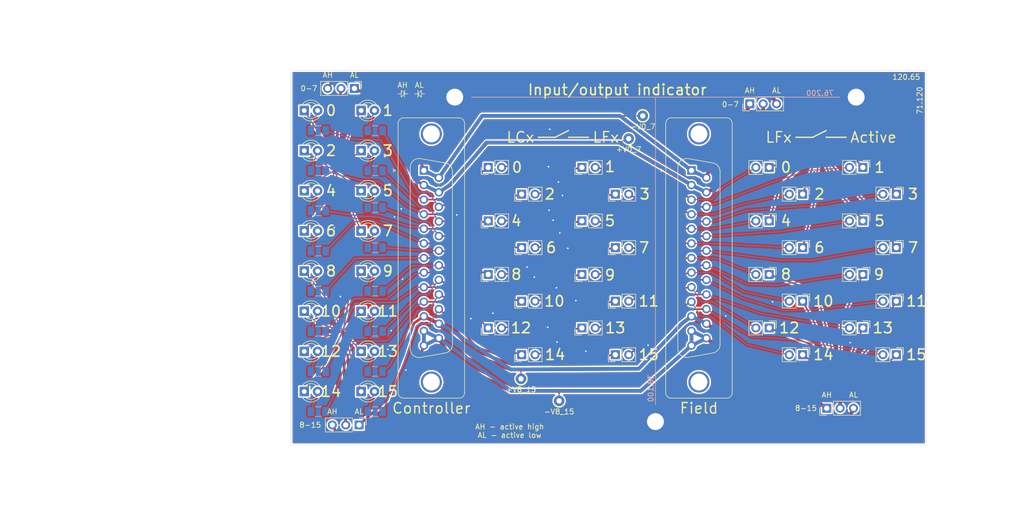
<source format=kicad_pcb>
(kicad_pcb (version 20171130) (host pcbnew 5.1.5+dfsg1-2build2)
  (layers (0 F.Cu signal) (31 B.Cu signal) (34 B.Paste user) (35 F.Paste user) (36 B.SilkS user) (37 F.SilkS user) (38 B.Mask user) (39 F.Mask user) (44 Edge.Cuts user))
  (net 0 "")
  (net 1 "Net-(D1-Pad2)")
  (net 2 GND)
  (net 3 "Net-(D2-Pad2)")
  (net 4 "Net-(D3-Pad2)")
  (net 5 "Net-(D4-Pad2)")
  (net 6 "Net-(D5-Pad2)")
  (net 7 "Net-(D6-Pad2)")
  (net 8 "Net-(D7-Pad2)")
  (net 9 "Net-(D8-Pad2)")
  (net 10 "Net-(D9-Pad2)")
  (net 11 "Net-(D10-Pad2)")
  (net 12 "Net-(D11-Pad2)")
  (net 13 "Net-(D12-Pad2)")
  (net 14 "Net-(D13-Pad2)")
  (net 15 "Net-(D14-Pad2)")
  (net 16 "Net-(D15-Pad2)")
  (net 17 "Net-(D16-Pad2)")
  (net 18 LC14)
  (net 19 LC12)
  (net 20 LC10)
  (net 21 LC8)
  (net 22 LC6)
  (net 23 LC4)
  (net 24 LC2)
  (net 25 LC15)
  (net 26 LC13)
  (net 27 LC11)
  (net 28 LC9)
  (net 29 LC7)
  (net 30 LC5)
  (net 31 LC3)
  (net 32 LC1)
  (net 33 LF14)
  (net 34 LF12)
  (net 35 LF10)
  (net 36 LF8)
  (net 37 LF6)
  (net 38 LF4)
  (net 39 LF2)
  (net 40 LF15)
  (net 41 LF13)
  (net 42 LF11)
  (net 43 LF9)
  (net 44 LF7)
  (net 45 LF5)
  (net 46 LF3)
  (net 47 LF1)
  (net 48 "Net-(D1-Pad1)")
  (net 49 "Net-(D10-Pad1)")
  (net 50 VM8_15)
  (net 51 VP8_15)
  (net 52 VP0_7)
  (net 53 VM0_7)
  (net 54 LC0)
  (net 55 LF0)
  (net 56 "Net-(JP17-Pad1)")
  (net 57 "Net-(JP25-Pad1)")
  (module Connector_PinHeader_2.54mm:PinHeader_1x03_P2.54mm_Vertical (layer F.Cu) (at 53.594 103.505 270)
    (fp_text reference JP34 hide)
    (fp_text value 8-15 (at 0 9.271 180) (layer F.SilkS))
    (fp_text user AH (at -2.54 5.08 180) (layer F.SilkS))
    (fp_text user AL (at -2.54 0 180) (layer F.SilkS))
    (pad 3 thru_hole oval (at 0 5.08 270) (size 1.7 1.7) (drill 1) (layers *.Cu *.Mask) (net 50 VM8_15))
    (pad 2 thru_hole oval (at 0 2.54 270) (size 1.7 1.7) (drill 1) (layers *.Cu *.Mask) (net 49 "Net-(D10-Pad1)"))
    (pad 1 thru_hole rect (at 0 0 270) (size 1.7 1.7) (drill 1) (layers *.Cu *.Mask) (net 51 VP8_15))
  )
  (module Connector_PinHeader_2.54mm:PinHeader_1x03_P2.54mm_Vertical (layer F.Cu) (at 142.367 100.33 90)
    (fp_text reference JP36 hide)
    (fp_text value 8-15 (at 0 -3.937 180) (layer F.SilkS))
    (fp_text user AH (at 2.54 0 180) (layer F.SilkS))
    (fp_text user AL (at 2.54 5.08 180) (layer F.SilkS))
    (pad 3 thru_hole oval (at 0 5.08 90) (size 1.7 1.7) (drill 1) (layers *.Cu *.Mask) (net 50 VM8_15))
    (pad 2 thru_hole oval (at 0 2.54 90) (size 1.7 1.7) (drill 1) (layers *.Cu *.Mask) (net 57 "Net-(JP25-Pad1)"))
    (pad 1 thru_hole rect (at 0 0 90) (size 1.7 1.7) (drill 1) (layers *.Cu *.Mask) (net 51 VP8_15))
  )
  (module Connector_PinHeader_2.54mm:PinHeader_1x03_P2.54mm_Vertical (layer F.Cu) (at 127.762 42.545 90)
    (fp_text reference JP35 hide)
    (fp_text value 0-7 (at -0.127 -3.683 180) (layer F.SilkS))
    (fp_text user AH (at 2.54 0 180) (layer F.SilkS))
    (fp_text user AL (at 2.54 5.08 180) (layer F.SilkS))
    (pad 3 thru_hole oval (at 0 5.08 90) (size 1.7 1.7) (drill 1) (layers *.Cu *.Mask) (net 53 VM0_7))
    (pad 2 thru_hole oval (at 0 2.54 90) (size 1.7 1.7) (drill 1) (layers *.Cu *.Mask) (net 56 "Net-(JP17-Pad1)"))
    (pad 1 thru_hole rect (at 0 0 90) (size 1.7 1.7) (drill 1) (layers *.Cu *.Mask) (net 52 VP0_7))
  )
  (module Connector_PinHeader_2.54mm:PinHeader_1x03_P2.54mm_Vertical (layer F.Cu) (at 52.705 39.624 270)
    (fp_text reference JP33 hide)
    (fp_text value 0-7 (at 0 8.636 180) (layer F.SilkS))
    (fp_text user AH (at -2.54 5.08 180) (layer F.SilkS))
    (fp_text user AL (at -2.54 0 180) (layer F.SilkS))
    (pad 3 thru_hole oval (at 0 5.08 270) (size 1.7 1.7) (drill 1) (layers *.Cu *.Mask) (net 53 VM0_7))
    (pad 2 thru_hole oval (at 0 2.54 270) (size 1.7 1.7) (drill 1) (layers *.Cu *.Mask) (net 48 "Net-(D1-Pad1)"))
    (pad 1 thru_hole rect (at 0 0 270) (size 1.7 1.7) (drill 1) (layers *.Cu *.Mask) (net 52 VP0_7))
  )
  (module Connector_PinHeader_2.54mm:PinHeader_1x02_P2.54mm_Vertical (layer F.Cu) (at 155.575 90.17 270)
    (fp_text reference JP32 hide)
    (fp_text value 15 (at 0 -3.81 180) (layer F.SilkS) (effects (font (size 2 2) (thickness 0.3))))
    (pad 2 thru_hole oval (at 0 2.54 270) (size 1.7 1.7) (drill 1) (layers *.Cu *.Mask) (net 40 LF15))
    (pad 1 thru_hole rect (at 0 0 270) (size 1.7 1.7) (drill 1) (layers *.Cu *.Mask) (net 57 "Net-(JP25-Pad1)"))
  )
  (module Connector_PinHeader_2.54mm:PinHeader_1x02_P2.54mm_Vertical (layer F.Cu) (at 137.795 90.17 270)
    (fp_text reference JP31 hide)
    (fp_text value 14 (at 0 -3.937 180) (layer F.SilkS) (effects (font (size 2 2) (thickness 0.3))))
    (pad 2 thru_hole oval (at 0 2.54 270) (size 1.7 1.7) (drill 1) (layers *.Cu *.Mask) (net 33 LF14))
    (pad 1 thru_hole rect (at 0 0 270) (size 1.7 1.7) (drill 1) (layers *.Cu *.Mask) (net 57 "Net-(JP25-Pad1)"))
  )
  (module Connector_PinHeader_2.54mm:PinHeader_1x02_P2.54mm_Vertical (layer F.Cu) (at 149.225 85.09 270)
    (fp_text reference JP30 hide)
    (fp_text value 13 (at 0 -3.81 180) (layer F.SilkS) (effects (font (size 2 2) (thickness 0.3))))
    (pad 2 thru_hole oval (at 0 2.54 270) (size 1.7 1.7) (drill 1) (layers *.Cu *.Mask) (net 41 LF13))
    (pad 1 thru_hole rect (at 0 0 270) (size 1.7 1.7) (drill 1) (layers *.Cu *.Mask) (net 57 "Net-(JP25-Pad1)"))
  )
  (module Connector_PinHeader_2.54mm:PinHeader_1x02_P2.54mm_Vertical (layer F.Cu) (at 131.445 85.09 270)
    (fp_text reference JP29 hide)
    (fp_text value 12 (at 0 -3.81 180) (layer F.SilkS) (effects (font (size 2 2) (thickness 0.3))))
    (pad 2 thru_hole oval (at 0 2.54 270) (size 1.7 1.7) (drill 1) (layers *.Cu *.Mask) (net 34 LF12))
    (pad 1 thru_hole rect (at 0 0 270) (size 1.7 1.7) (drill 1) (layers *.Cu *.Mask) (net 57 "Net-(JP25-Pad1)"))
  )
  (module Connector_PinHeader_2.54mm:PinHeader_1x02_P2.54mm_Vertical (layer F.Cu) (at 155.575 80.01 270)
    (fp_text reference JP28 hide)
    (fp_text value 11 (at 0 -3.81 180) (layer F.SilkS) (effects (font (size 2 2) (thickness 0.3))))
    (pad 2 thru_hole oval (at 0 2.54 270) (size 1.7 1.7) (drill 1) (layers *.Cu *.Mask) (net 42 LF11))
    (pad 1 thru_hole rect (at 0 0 270) (size 1.7 1.7) (drill 1) (layers *.Cu *.Mask) (net 57 "Net-(JP25-Pad1)"))
  )
  (module Connector_PinHeader_2.54mm:PinHeader_1x02_P2.54mm_Vertical (layer F.Cu) (at 137.795 80.01 270)
    (fp_text reference JP27 hide)
    (fp_text value 10 (at 0 -3.937 180) (layer F.SilkS) (effects (font (size 2 2) (thickness 0.3))))
    (pad 2 thru_hole oval (at 0 2.54 270) (size 1.7 1.7) (drill 1) (layers *.Cu *.Mask) (net 35 LF10))
    (pad 1 thru_hole rect (at 0 0 270) (size 1.7 1.7) (drill 1) (layers *.Cu *.Mask) (net 57 "Net-(JP25-Pad1)"))
  )
  (module Connector_PinHeader_2.54mm:PinHeader_1x02_P2.54mm_Vertical (layer F.Cu) (at 149.225 74.93 270)
    (fp_text reference JP26 hide)
    (fp_text value 9 (at 0 -3.048 180) (layer F.SilkS) (effects (font (size 2 2) (thickness 0.3))))
    (pad 2 thru_hole oval (at 0 2.54 270) (size 1.7 1.7) (drill 1) (layers *.Cu *.Mask) (net 43 LF9))
    (pad 1 thru_hole rect (at 0 0 270) (size 1.7 1.7) (drill 1) (layers *.Cu *.Mask) (net 57 "Net-(JP25-Pad1)"))
  )
  (module Connector_PinHeader_2.54mm:PinHeader_1x02_P2.54mm_Vertical (layer F.Cu) (at 131.445 74.93 270)
    (fp_text reference JP25 hide)
    (fp_text value 8 (at 0 -3.175 180) (layer F.SilkS) (effects (font (size 2 2) (thickness 0.3))))
    (pad 2 thru_hole oval (at 0 2.54 270) (size 1.7 1.7) (drill 1) (layers *.Cu *.Mask) (net 36 LF8))
    (pad 1 thru_hole rect (at 0 0 270) (size 1.7 1.7) (drill 1) (layers *.Cu *.Mask) (net 57 "Net-(JP25-Pad1)"))
  )
  (module Connector_PinHeader_2.54mm:PinHeader_1x02_P2.54mm_Vertical (layer F.Cu) (at 155.575 69.85 270)
    (fp_text reference JP24 hide)
    (fp_text value 7 (at 0 -3.175 180) (layer F.SilkS) (effects (font (size 2 2) (thickness 0.3))))
    (pad 2 thru_hole oval (at 0 2.54 270) (size 1.7 1.7) (drill 1) (layers *.Cu *.Mask) (net 44 LF7))
    (pad 1 thru_hole rect (at 0 0 270) (size 1.7 1.7) (drill 1) (layers *.Cu *.Mask) (net 56 "Net-(JP17-Pad1)"))
  )
  (module Connector_PinHeader_2.54mm:PinHeader_1x02_P2.54mm_Vertical (layer F.Cu) (at 137.795 69.85 270)
    (fp_text reference JP23 hide)
    (fp_text value 6 (at 0 -3.175 180) (layer F.SilkS) (effects (font (size 2 2) (thickness 0.3))))
    (pad 2 thru_hole oval (at 0 2.54 270) (size 1.7 1.7) (drill 1) (layers *.Cu *.Mask) (net 37 LF6))
    (pad 1 thru_hole rect (at 0 0 270) (size 1.7 1.7) (drill 1) (layers *.Cu *.Mask) (net 56 "Net-(JP17-Pad1)"))
  )
  (module Connector_PinHeader_2.54mm:PinHeader_1x02_P2.54mm_Vertical (layer F.Cu) (at 149.225 64.77 270)
    (fp_text reference JP22 hide)
    (fp_text value 5 (at 0 -3.175 180) (layer F.SilkS) (effects (font (size 2 2) (thickness 0.3))))
    (pad 2 thru_hole oval (at 0 2.54 270) (size 1.7 1.7) (drill 1) (layers *.Cu *.Mask) (net 45 LF5))
    (pad 1 thru_hole rect (at 0 0 270) (size 1.7 1.7) (drill 1) (layers *.Cu *.Mask) (net 56 "Net-(JP17-Pad1)"))
  )
  (module Connector_PinHeader_2.54mm:PinHeader_1x02_P2.54mm_Vertical (layer F.Cu) (at 131.445 64.77 270)
    (fp_text reference JP21 hide)
    (fp_text value 4 (at 0 -3.175 180) (layer F.SilkS) (effects (font (size 2 2) (thickness 0.3))))
    (pad 2 thru_hole oval (at 0 2.54 270) (size 1.7 1.7) (drill 1) (layers *.Cu *.Mask) (net 38 LF4))
    (pad 1 thru_hole rect (at 0 0 270) (size 1.7 1.7) (drill 1) (layers *.Cu *.Mask) (net 56 "Net-(JP17-Pad1)"))
  )
  (module Connector_PinHeader_2.54mm:PinHeader_1x02_P2.54mm_Vertical (layer F.Cu) (at 155.575 59.69 270)
    (fp_text reference JP20 hide)
    (fp_text value 3 (at 0 -3.175 180) (layer F.SilkS) (effects (font (size 2 2) (thickness 0.3))))
    (pad 2 thru_hole oval (at 0 2.54 270) (size 1.7 1.7) (drill 1) (layers *.Cu *.Mask) (net 46 LF3))
    (pad 1 thru_hole rect (at 0 0 270) (size 1.7 1.7) (drill 1) (layers *.Cu *.Mask) (net 56 "Net-(JP17-Pad1)"))
  )
  (module Connector_PinHeader_2.54mm:PinHeader_1x02_P2.54mm_Vertical (layer F.Cu) (at 137.795 59.69 270)
    (fp_text reference JP19 hide)
    (fp_text value 2 (at 0 -3.175 180) (layer F.SilkS) (effects (font (size 2 2) (thickness 0.3))))
    (pad 2 thru_hole oval (at 0 2.54 270) (size 1.7 1.7) (drill 1) (layers *.Cu *.Mask) (net 39 LF2))
    (pad 1 thru_hole rect (at 0 0 270) (size 1.7 1.7) (drill 1) (layers *.Cu *.Mask) (net 56 "Net-(JP17-Pad1)"))
  )
  (module Connector_PinHeader_2.54mm:PinHeader_1x02_P2.54mm_Vertical (layer F.Cu) (at 149.225 54.61 270)
    (fp_text reference JP18 hide)
    (fp_text value 1 (at 0 -3.175 180) (layer F.SilkS) (effects (font (size 2 2) (thickness 0.3))))
    (pad 2 thru_hole oval (at 0 2.54 270) (size 1.7 1.7) (drill 1) (layers *.Cu *.Mask) (net 47 LF1))
    (pad 1 thru_hole rect (at 0 0 270) (size 1.7 1.7) (drill 1) (layers *.Cu *.Mask) (net 56 "Net-(JP17-Pad1)"))
  )
  (module Connector_PinHeader_2.54mm:PinHeader_1x02_P2.54mm_Vertical (layer F.Cu) (at 131.445 54.61 270)
    (fp_text reference JP17 hide)
    (fp_text value 0 (at 0 -3.175 180) (layer F.SilkS) (effects (font (size 2 2) (thickness 0.3))))
    (pad 2 thru_hole oval (at 0 2.54 270) (size 1.7 1.7) (drill 1) (layers *.Cu *.Mask) (net 55 LF0))
    (pad 1 thru_hole rect (at 0 0 270) (size 1.7 1.7) (drill 1) (layers *.Cu *.Mask) (net 56 "Net-(JP17-Pad1)"))
  )
  (module Connector_PinHeader_2.54mm:PinHeader_1x02_P2.54mm_Vertical (layer F.Cu) (at 102.235 90.17 90)
    (fp_text reference JP16 hide)
    (fp_text value 15 (at 0 6.35 180) (layer F.SilkS) (effects (font (size 2 2) (thickness 0.3))))
    (pad 2 thru_hole oval (at 0 2.54 90) (size 1.7 1.7) (drill 1) (layers *.Cu *.Mask) (net 40 LF15))
    (pad 1 thru_hole rect (at 0 0 90) (size 1.7 1.7) (drill 1) (layers *.Cu *.Mask) (net 25 LC15))
  )
  (module Connector_PinHeader_2.54mm:PinHeader_1x02_P2.54mm_Vertical (layer F.Cu) (at 84.455 90.17 90)
    (fp_text reference JP15 hide)
    (fp_text value 14 (at 0 6.35 180) (layer F.SilkS) (effects (font (size 2 2) (thickness 0.3))))
    (pad 2 thru_hole oval (at 0 2.54 90) (size 1.7 1.7) (drill 1) (layers *.Cu *.Mask) (net 33 LF14))
    (pad 1 thru_hole rect (at 0 0 90) (size 1.7 1.7) (drill 1) (layers *.Cu *.Mask) (net 18 LC14))
  )
  (module Connector_PinHeader_2.54mm:PinHeader_1x02_P2.54mm_Vertical (layer F.Cu) (at 95.885 85.09 90)
    (fp_text reference JP14 hide)
    (fp_text value 13 (at 0 6.35 180) (layer F.SilkS) (effects (font (size 2 2) (thickness 0.3))))
    (pad 2 thru_hole oval (at 0 2.54 90) (size 1.7 1.7) (drill 1) (layers *.Cu *.Mask) (net 41 LF13))
    (pad 1 thru_hole rect (at 0 0 90) (size 1.7 1.7) (drill 1) (layers *.Cu *.Mask) (net 26 LC13))
  )
  (module Connector_PinHeader_2.54mm:PinHeader_1x02_P2.54mm_Vertical (layer F.Cu) (at 78.105 85.09 90)
    (fp_text reference JP13 hide)
    (fp_text value 12 (at 0 6.223 180) (layer F.SilkS) (effects (font (size 2 2) (thickness 0.3))))
    (pad 2 thru_hole oval (at 0 2.54 90) (size 1.7 1.7) (drill 1) (layers *.Cu *.Mask) (net 34 LF12))
    (pad 1 thru_hole rect (at 0 0 90) (size 1.7 1.7) (drill 1) (layers *.Cu *.Mask) (net 19 LC12))
  )
  (module Connector_PinHeader_2.54mm:PinHeader_1x02_P2.54mm_Vertical (layer F.Cu) (at 102.235 80.01 90)
    (fp_text reference JP12 hide)
    (fp_text value 11 (at 0 6.35 180) (layer F.SilkS) (effects (font (size 2 2) (thickness 0.3))))
    (pad 2 thru_hole oval (at 0 2.54 90) (size 1.7 1.7) (drill 1) (layers *.Cu *.Mask) (net 42 LF11))
    (pad 1 thru_hole rect (at 0 0 90) (size 1.7 1.7) (drill 1) (layers *.Cu *.Mask) (net 27 LC11))
  )
  (module Connector_PinHeader_2.54mm:PinHeader_1x02_P2.54mm_Vertical (layer F.Cu) (at 84.455 80.01 90)
    (fp_text reference JP11 hide)
    (fp_text value 10 (at 0 6.223 180) (layer F.SilkS) (effects (font (size 2 2) (thickness 0.3))))
    (pad 2 thru_hole oval (at 0 2.54 90) (size 1.7 1.7) (drill 1) (layers *.Cu *.Mask) (net 35 LF10))
    (pad 1 thru_hole rect (at 0 0 90) (size 1.7 1.7) (drill 1) (layers *.Cu *.Mask) (net 20 LC10))
  )
  (module Connector_PinHeader_2.54mm:PinHeader_1x02_P2.54mm_Vertical (layer F.Cu) (at 95.885 74.93 90)
    (fp_text reference JP10 hide)
    (fp_text value 9 (at -0.127 5.334 180) (layer F.SilkS) (effects (font (size 2 2) (thickness 0.3))))
    (pad 2 thru_hole oval (at 0 2.54 90) (size 1.7 1.7) (drill 1) (layers *.Cu *.Mask) (net 43 LF9))
    (pad 1 thru_hole rect (at 0 0 90) (size 1.7 1.7) (drill 1) (layers *.Cu *.Mask) (net 28 LC9))
  )
  (module Connector_PinHeader_2.54mm:PinHeader_1x02_P2.54mm_Vertical (layer F.Cu) (at 78.105 74.93 90)
    (fp_text reference JP9 hide)
    (fp_text value 8 (at 0 5.334 180) (layer F.SilkS) (effects (font (size 2 2) (thickness 0.3))))
    (pad 2 thru_hole oval (at 0 2.54 90) (size 1.7 1.7) (drill 1) (layers *.Cu *.Mask) (net 36 LF8))
    (pad 1 thru_hole rect (at 0 0 90) (size 1.7 1.7) (drill 1) (layers *.Cu *.Mask) (net 21 LC8))
  )
  (module Connector_PinHeader_2.54mm:PinHeader_1x02_P2.54mm_Vertical (layer F.Cu) (at 102.235 69.85 90)
    (fp_text reference JP8 hide)
    (fp_text value 7 (at 0 5.461 180) (layer F.SilkS) (effects (font (size 2 2) (thickness 0.3))))
    (pad 2 thru_hole oval (at 0 2.54 90) (size 1.7 1.7) (drill 1) (layers *.Cu *.Mask) (net 44 LF7))
    (pad 1 thru_hole rect (at 0 0 90) (size 1.7 1.7) (drill 1) (layers *.Cu *.Mask) (net 29 LC7))
  )
  (module Connector_PinHeader_2.54mm:PinHeader_1x02_P2.54mm_Vertical (layer F.Cu) (at 84.455 69.85 90)
    (fp_text reference JP7 hide)
    (fp_text value 6 (at 0 5.588 180) (layer F.SilkS) (effects (font (size 2 2) (thickness 0.3))))
    (pad 2 thru_hole oval (at 0 2.54 90) (size 1.7 1.7) (drill 1) (layers *.Cu *.Mask) (net 37 LF6))
    (pad 1 thru_hole rect (at 0 0 90) (size 1.7 1.7) (drill 1) (layers *.Cu *.Mask) (net 22 LC6))
  )
  (module Connector_PinHeader_2.54mm:PinHeader_1x02_P2.54mm_Vertical (layer F.Cu) (at 95.885 64.77 90)
    (fp_text reference JP6 hide)
    (fp_text value 5 (at 0 5.334 180) (layer F.SilkS) (effects (font (size 2 2) (thickness 0.3))))
    (pad 2 thru_hole oval (at 0 2.54 90) (size 1.7 1.7) (drill 1) (layers *.Cu *.Mask) (net 45 LF5))
    (pad 1 thru_hole rect (at 0 0 90) (size 1.7 1.7) (drill 1) (layers *.Cu *.Mask) (net 30 LC5))
  )
  (module Connector_PinHeader_2.54mm:PinHeader_1x02_P2.54mm_Vertical (layer F.Cu) (at 78.105 64.77 90)
    (fp_text reference JP5 hide)
    (fp_text value 4 (at 0 5.334 180) (layer F.SilkS) (effects (font (size 2 2) (thickness 0.3))))
    (pad 2 thru_hole oval (at 0 2.54 90) (size 1.7 1.7) (drill 1) (layers *.Cu *.Mask) (net 38 LF4))
    (pad 1 thru_hole rect (at 0 0 90) (size 1.7 1.7) (drill 1) (layers *.Cu *.Mask) (net 23 LC4))
  )
  (module Connector_PinHeader_2.54mm:PinHeader_1x02_P2.54mm_Vertical (layer F.Cu) (at 102.235 59.69 90)
    (fp_text reference JP4 hide)
    (fp_text value 3 (at 0 5.588 180) (layer F.SilkS) (effects (font (size 2 2) (thickness 0.3))))
    (pad 2 thru_hole oval (at 0 2.54 90) (size 1.7 1.7) (drill 1) (layers *.Cu *.Mask) (net 46 LF3))
    (pad 1 thru_hole rect (at 0 0 90) (size 1.7 1.7) (drill 1) (layers *.Cu *.Mask) (net 31 LC3))
  )
  (module Connector_PinHeader_2.54mm:PinHeader_1x02_P2.54mm_Vertical (layer F.Cu) (at 84.455 59.69 90)
    (fp_text reference JP3 hide)
    (fp_text value 2 (at 0 5.334) (layer F.SilkS) (effects (font (size 2 2) (thickness 0.3))))
    (pad 2 thru_hole oval (at 0 2.54 90) (size 1.7 1.7) (drill 1) (layers *.Cu *.Mask) (net 39 LF2))
    (pad 1 thru_hole rect (at 0 0 90) (size 1.7 1.7) (drill 1) (layers *.Cu *.Mask) (net 24 LC2))
  )
  (module Connector_PinHeader_2.54mm:PinHeader_1x02_P2.54mm_Vertical (layer F.Cu) (at 95.885 54.61 90)
    (fp_text reference JP2 hide)
    (fp_text value 1 (at 0.127 5.334 180) (layer F.SilkS) (effects (font (size 2 2) (thickness 0.3))))
    (pad 2 thru_hole oval (at 0 2.54 90) (size 1.7 1.7) (drill 1) (layers *.Cu *.Mask) (net 47 LF1))
    (pad 1 thru_hole rect (at 0 0 90) (size 1.7 1.7) (drill 1) (layers *.Cu *.Mask) (net 32 LC1))
  )
  (module Connector_PinHeader_2.54mm:PinHeader_1x02_P2.54mm_Vertical (layer F.Cu) (at 78.105 54.61 90)
    (fp_text reference JP1 hide)
    (fp_text value 0 (at 0 5.461 180) (layer F.SilkS) (effects (font (size 2 2) (thickness 0.3))))
    (pad 2 thru_hole oval (at 0 2.54 90) (size 1.7 1.7) (drill 1) (layers *.Cu *.Mask) (net 55 LF0))
    (pad 1 thru_hole rect (at 0 0 90) (size 1.7 1.7) (drill 1) (layers *.Cu *.Mask) (net 54 LC0))
  )
  (module TestPoint:TestPoint_THTPad_D2.0mm_Drill1.0mm (layer F.Cu) (at 91.567 98.933)
    (fp_text reference TP4 hide)
    (fp_text value -V8_15 (at 0 2.05) (layer F.SilkS))
    (pad 1 thru_hole circle (at 0 0) (size 2 2) (drill 1) (layers *.Cu *.Mask) (net 50 VM8_15))
  )
  (module TestPoint:TestPoint_THTPad_D2.0mm_Drill1.0mm (layer F.Cu) (at 84.328 94.742)
    (fp_text reference TP3 hide)
    (fp_text value +V8_15 (at 0 2.05) (layer F.SilkS))
    (pad 1 thru_hole circle (at 0 0) (size 2 2) (drill 1) (layers *.Cu *.Mask) (net 51 VP8_15))
  )
  (module TestPoint:TestPoint_THTPad_D2.0mm_Drill1.0mm (layer F.Cu) (at 107.442 44.831)
    (fp_text reference TP2 hide)
    (fp_text value -V0_7 (at 0 2.05) (layer F.SilkS))
    (pad 1 thru_hole circle (at 0 0) (size 2 2) (drill 1) (layers *.Cu *.Mask) (net 53 VM0_7))
  )
  (module TestPoint:TestPoint_THTPad_D2.0mm_Drill1.0mm (layer F.Cu) (at 104.775 49.149)
    (fp_text reference TP1 hide)
    (fp_text value +V0_7 (at 0 2.05) (layer F.SilkS))
    (pad 1 thru_hole circle (at 0 0) (size 2 2) (drill 1) (layers *.Cu *.Mask) (net 52 VP0_7))
  )
  (module MountingHole:MountingHole_3.2mm_M3_Pad (layer F.Cu) (at 147.955 41.275)
    (fp_text reference H3 hide)
    (fp_text value MountingHole_Pad hide)
    (pad 1 thru_hole circle (at 0 0) (size 6.4 6.4) (drill 3.2) (layers *.Cu *.Mask) (net 2 GND))
  )
  (module MountingHole:MountingHole_3.2mm_M3_Pad (layer F.Cu) (at 109.855 102.87)
    (fp_text reference H2 hide)
    (fp_text value MountingHole_Pad hide)
    (pad 1 thru_hole circle (at 0 0) (size 6.4 6.4) (drill 3.2) (layers *.Cu *.Mask) (net 2 GND))
  )
  (module MountingHole:MountingHole_3.2mm_M3_Pad (layer F.Cu) (at 71.755 41.275)
    (fp_text reference H1 hide)
    (fp_text value MountingHole_Pad hide)
    (pad 1 thru_hole circle (at 0 0) (size 6.4 6.4) (drill 3.2) (layers *.Cu *.Mask) (net 2 GND))
  )
  (module Resistor_SMD:R_1206_3216Metric (layer B.Cu) (at 56.645 100.965)
    (fp_text reference R16 hide)
    (fp_text value 16k hide)
    (pad 2 smd roundrect (at 1.4 0) (size 1.25 1.75) (layers B.Cu B.Paste B.Mask) (roundrect_rratio 0.2) (net 25 LC15))
    (pad 1 smd roundrect (at -1.4 0) (size 1.25 1.75) (layers B.Cu B.Paste B.Mask) (roundrect_rratio 0.2) (net 17 "Net-(D16-Pad2)"))
  )
  (module Resistor_SMD:R_1206_3216Metric (layer B.Cu) (at 45.85 100.965)
    (fp_text reference R15 hide)
    (fp_text value 16k hide)
    (pad 2 smd roundrect (at 1.4 0) (size 1.25 1.75) (layers B.Cu B.Paste B.Mask) (roundrect_rratio 0.2) (net 18 LC14))
    (pad 1 smd roundrect (at -1.4 0) (size 1.25 1.75) (layers B.Cu B.Paste B.Mask) (roundrect_rratio 0.2) (net 16 "Net-(D15-Pad2)"))
  )
  (module Resistor_SMD:R_1206_3216Metric (layer B.Cu) (at 56.645 93.345)
    (fp_text reference R14 hide)
    (fp_text value 16k hide)
    (pad 2 smd roundrect (at 1.4 0) (size 1.25 1.75) (layers B.Cu B.Paste B.Mask) (roundrect_rratio 0.2) (net 26 LC13))
    (pad 1 smd roundrect (at -1.4 0) (size 1.25 1.75) (layers B.Cu B.Paste B.Mask) (roundrect_rratio 0.2) (net 15 "Net-(D14-Pad2)"))
  )
  (module Resistor_SMD:R_1206_3216Metric (layer B.Cu) (at 45.85 93.345)
    (fp_text reference R13 hide)
    (fp_text value 16k hide)
    (pad 2 smd roundrect (at 1.4 0) (size 1.25 1.75) (layers B.Cu B.Paste B.Mask) (roundrect_rratio 0.2) (net 19 LC12))
    (pad 1 smd roundrect (at -1.4 0) (size 1.25 1.75) (layers B.Cu B.Paste B.Mask) (roundrect_rratio 0.2) (net 14 "Net-(D13-Pad2)"))
  )
  (module Resistor_SMD:R_1206_3216Metric (layer B.Cu) (at 56.645 85.725)
    (fp_text reference R12 hide)
    (fp_text value 16k hide)
    (pad 2 smd roundrect (at 1.4 0) (size 1.25 1.75) (layers B.Cu B.Paste B.Mask) (roundrect_rratio 0.2) (net 27 LC11))
    (pad 1 smd roundrect (at -1.4 0) (size 1.25 1.75) (layers B.Cu B.Paste B.Mask) (roundrect_rratio 0.2) (net 13 "Net-(D12-Pad2)"))
  )
  (module Resistor_SMD:R_1206_3216Metric (layer B.Cu) (at 45.85 85.725)
    (fp_text reference R11 hide)
    (fp_text value 16k hide)
    (pad 2 smd roundrect (at 1.4 0) (size 1.25 1.75) (layers B.Cu B.Paste B.Mask) (roundrect_rratio 0.2) (net 20 LC10))
    (pad 1 smd roundrect (at -1.4 0) (size 1.25 1.75) (layers B.Cu B.Paste B.Mask) (roundrect_rratio 0.2) (net 12 "Net-(D11-Pad2)"))
  )
  (module Resistor_SMD:R_1206_3216Metric (layer B.Cu) (at 56.645 78.105)
    (fp_text reference R10 hide)
    (fp_text value 16k hide)
    (pad 2 smd roundrect (at 1.4 0) (size 1.25 1.75) (layers B.Cu B.Paste B.Mask) (roundrect_rratio 0.2) (net 28 LC9))
    (pad 1 smd roundrect (at -1.4 0) (size 1.25 1.75) (layers B.Cu B.Paste B.Mask) (roundrect_rratio 0.2) (net 11 "Net-(D10-Pad2)"))
  )
  (module Resistor_SMD:R_1206_3216Metric (layer B.Cu) (at 45.85 78.105)
    (fp_text reference R9 hide)
    (fp_text value 16k hide)
    (pad 2 smd roundrect (at 1.4 0) (size 1.25 1.75) (layers B.Cu B.Paste B.Mask) (roundrect_rratio 0.2) (net 21 LC8))
    (pad 1 smd roundrect (at -1.4 0) (size 1.25 1.75) (layers B.Cu B.Paste B.Mask) (roundrect_rratio 0.2) (net 10 "Net-(D9-Pad2)"))
  )
  (module Resistor_SMD:R_1206_3216Metric (layer B.Cu) (at 56.645 69.85)
    (fp_text reference R8 hide)
    (fp_text value 16k hide)
    (pad 2 smd roundrect (at 1.4 0) (size 1.25 1.75) (layers B.Cu B.Paste B.Mask) (roundrect_rratio 0.2) (net 29 LC7))
    (pad 1 smd roundrect (at -1.4 0) (size 1.25 1.75) (layers B.Cu B.Paste B.Mask) (roundrect_rratio 0.2) (net 9 "Net-(D8-Pad2)"))
  )
  (module Resistor_SMD:R_1206_3216Metric (layer B.Cu) (at 45.85 70.485)
    (fp_text reference R7 hide)
    (fp_text value 16k hide)
    (pad 2 smd roundrect (at 1.4 0) (size 1.25 1.75) (layers B.Cu B.Paste B.Mask) (roundrect_rratio 0.2) (net 22 LC6))
    (pad 1 smd roundrect (at -1.4 0) (size 1.25 1.75) (layers B.Cu B.Paste B.Mask) (roundrect_rratio 0.2) (net 8 "Net-(D7-Pad2)"))
  )
  (module Resistor_SMD:R_1206_3216Metric (layer B.Cu) (at 56.645 62.23)
    (fp_text reference R6 hide)
    (fp_text value 16k hide)
    (pad 2 smd roundrect (at 1.4 0) (size 1.25 1.75) (layers B.Cu B.Paste B.Mask) (roundrect_rratio 0.2) (net 30 LC5))
    (pad 1 smd roundrect (at -1.4 0) (size 1.25 1.75) (layers B.Cu B.Paste B.Mask) (roundrect_rratio 0.2) (net 7 "Net-(D6-Pad2)"))
  )
  (module Resistor_SMD:R_1206_3216Metric (layer B.Cu) (at 45.85 62.865)
    (fp_text reference R5 hide)
    (fp_text value 16k hide)
    (pad 2 smd roundrect (at 1.4 0) (size 1.25 1.75) (layers B.Cu B.Paste B.Mask) (roundrect_rratio 0.2) (net 23 LC4))
    (pad 1 smd roundrect (at -1.4 0) (size 1.25 1.75) (layers B.Cu B.Paste B.Mask) (roundrect_rratio 0.2) (net 6 "Net-(D5-Pad2)"))
  )
  (module Resistor_SMD:R_1206_3216Metric (layer B.Cu) (at 56.645 55.245)
    (fp_text reference R4 hide)
    (fp_text value 16k hide)
    (pad 2 smd roundrect (at 1.4 0) (size 1.25 1.75) (layers B.Cu B.Paste B.Mask) (roundrect_rratio 0.2) (net 31 LC3))
    (pad 1 smd roundrect (at -1.4 0) (size 1.25 1.75) (layers B.Cu B.Paste B.Mask) (roundrect_rratio 0.2) (net 5 "Net-(D4-Pad2)"))
  )
  (module Resistor_SMD:R_1206_3216Metric (layer B.Cu) (at 45.85 55.245)
    (fp_text reference R3 hide)
    (fp_text value 16k hide)
    (pad 2 smd roundrect (at 1.4 0) (size 1.25 1.75) (layers B.Cu B.Paste B.Mask) (roundrect_rratio 0.2) (net 24 LC2))
    (pad 1 smd roundrect (at -1.4 0) (size 1.25 1.75) (layers B.Cu B.Paste B.Mask) (roundrect_rratio 0.2) (net 4 "Net-(D3-Pad2)"))
  )
  (module Resistor_SMD:R_1206_3216Metric (layer B.Cu) (at 56.645 47.625)
    (fp_text reference R2 hide)
    (fp_text value 16k hide)
    (pad 2 smd roundrect (at 1.4 0) (size 1.25 1.75) (layers B.Cu B.Paste B.Mask) (roundrect_rratio 0.2) (net 32 LC1))
    (pad 1 smd roundrect (at -1.4 0) (size 1.25 1.75) (layers B.Cu B.Paste B.Mask) (roundrect_rratio 0.2) (net 3 "Net-(D2-Pad2)"))
  )
  (module Resistor_SMD:R_1206_3216Metric (layer B.Cu) (at 45.85 47.625)
    (fp_text reference R1 hide)
    (fp_text value 16k hide)
    (pad 2 smd roundrect (at 1.4 0) (size 1.25 1.75) (layers B.Cu B.Paste B.Mask) (roundrect_rratio 0.2) (net 54 LC0))
    (pad 1 smd roundrect (at -1.4 0) (size 1.25 1.75) (layers B.Cu B.Paste B.Mask) (roundrect_rratio 0.2) (net 1 "Net-(D1-Pad2)"))
  )
  (module Connector_Dsub:DSUB-25_Female_Vertical_P2.77x2.84mm_MountingHoles (layer F.Cu) (at 116.69 55.19 90)
    (fp_text reference J2 hide)
    (fp_text value DB25_Female hide)
    (pad 0 thru_hole circle (at 6.93 1.42 90) (size 4 4) (drill 3.2) (layers *.Cu *.Mask))
    (pad 0 thru_hole circle (at -40.17 1.42 90) (size 4 4) (drill 3.2) (layers *.Cu *.Mask))
    (pad 25 thru_hole circle (at -31.855 2.84 90) (size 1.6 1.6) (drill 1) (layers *.Cu *.Mask) (net 50 VM8_15))
    (pad 24 thru_hole circle (at -29.085 2.84 90) (size 1.6 1.6) (drill 1) (layers *.Cu *.Mask) (net 51 VP8_15))
    (pad 23 thru_hole circle (at -26.315 2.84 90) (size 1.6 1.6) (drill 1) (layers *.Cu *.Mask) (net 40 LF15))
    (pad 22 thru_hole circle (at -23.545 2.84 90) (size 1.6 1.6) (drill 1) (layers *.Cu *.Mask) (net 41 LF13))
    (pad 21 thru_hole circle (at -20.775 2.84 90) (size 1.6 1.6) (drill 1) (layers *.Cu *.Mask) (net 42 LF11))
    (pad 20 thru_hole circle (at -18.005 2.84 90) (size 1.6 1.6) (drill 1) (layers *.Cu *.Mask) (net 43 LF9))
    (pad 19 thru_hole circle (at -15.235 2.84 90) (size 1.6 1.6) (drill 1) (layers *.Cu *.Mask) (net 44 LF7))
    (pad 18 thru_hole circle (at -12.465 2.84 90) (size 1.6 1.6) (drill 1) (layers *.Cu *.Mask) (net 45 LF5))
    (pad 17 thru_hole circle (at -9.695 2.84 90) (size 1.6 1.6) (drill 1) (layers *.Cu *.Mask) (net 46 LF3))
    (pad 16 thru_hole circle (at -6.925 2.84 90) (size 1.6 1.6) (drill 1) (layers *.Cu *.Mask) (net 47 LF1))
    (pad 15 thru_hole circle (at -4.155 2.84 90) (size 1.6 1.6) (drill 1) (layers *.Cu *.Mask) (net 52 VP0_7))
    (pad 14 thru_hole circle (at -1.385 2.84 90) (size 1.6 1.6) (drill 1) (layers *.Cu *.Mask) (net 53 VM0_7))
    (pad 13 thru_hole circle (at -33.24 0 90) (size 1.6 1.6) (drill 1) (layers *.Cu *.Mask) (net 50 VM8_15))
    (pad 12 thru_hole circle (at -30.47 0 90) (size 1.6 1.6) (drill 1) (layers *.Cu *.Mask) (net 50 VM8_15))
    (pad 11 thru_hole circle (at -27.7 0 90) (size 1.6 1.6) (drill 1) (layers *.Cu *.Mask) (net 51 VP8_15))
    (pad 10 thru_hole circle (at -24.93 0 90) (size 1.6 1.6) (drill 1) (layers *.Cu *.Mask) (net 33 LF14))
    (pad 9 thru_hole circle (at -22.16 0 90) (size 1.6 1.6) (drill 1) (layers *.Cu *.Mask) (net 34 LF12))
    (pad 8 thru_hole circle (at -19.39 0 90) (size 1.6 1.6) (drill 1) (layers *.Cu *.Mask) (net 35 LF10))
    (pad 7 thru_hole circle (at -16.62 0 90) (size 1.6 1.6) (drill 1) (layers *.Cu *.Mask) (net 36 LF8))
    (pad 6 thru_hole circle (at -13.85 0 90) (size 1.6 1.6) (drill 1) (layers *.Cu *.Mask) (net 37 LF6))
    (pad 5 thru_hole circle (at -11.08 0 90) (size 1.6 1.6) (drill 1) (layers *.Cu *.Mask) (net 38 LF4))
    (pad 4 thru_hole circle (at -8.31 0 90) (size 1.6 1.6) (drill 1) (layers *.Cu *.Mask) (net 39 LF2))
    (pad 3 thru_hole circle (at -5.54 0 90) (size 1.6 1.6) (drill 1) (layers *.Cu *.Mask) (net 55 LF0))
    (pad 2 thru_hole circle (at -2.77 0 90) (size 1.6 1.6) (drill 1) (layers *.Cu *.Mask) (net 52 VP0_7))
    (pad 1 thru_hole rect (at 0 0 90) (size 1.6 1.6) (drill 1) (layers *.Cu *.Mask) (net 53 VM0_7))
  )
  (module Connector_Dsub:DSUB-25_Female_Vertical_P2.77x2.84mm_MountingHoles (layer F.Cu) (at 65.89 55.19 90)
    (fp_text reference J1 hide)
    (fp_text value DB25_Female hide)
    (pad 0 thru_hole circle (at 6.93 1.42 90) (size 4 4) (drill 3.2) (layers *.Cu *.Mask))
    (pad 0 thru_hole circle (at -40.17 1.42 90) (size 4 4) (drill 3.2) (layers *.Cu *.Mask))
    (pad 25 thru_hole circle (at -31.855 2.84 90) (size 1.6 1.6) (drill 1) (layers *.Cu *.Mask) (net 50 VM8_15))
    (pad 24 thru_hole circle (at -29.085 2.84 90) (size 1.6 1.6) (drill 1) (layers *.Cu *.Mask) (net 51 VP8_15))
    (pad 23 thru_hole circle (at -26.315 2.84 90) (size 1.6 1.6) (drill 1) (layers *.Cu *.Mask) (net 25 LC15))
    (pad 22 thru_hole circle (at -23.545 2.84 90) (size 1.6 1.6) (drill 1) (layers *.Cu *.Mask) (net 26 LC13))
    (pad 21 thru_hole circle (at -20.775 2.84 90) (size 1.6 1.6) (drill 1) (layers *.Cu *.Mask) (net 27 LC11))
    (pad 20 thru_hole circle (at -18.005 2.84 90) (size 1.6 1.6) (drill 1) (layers *.Cu *.Mask) (net 28 LC9))
    (pad 19 thru_hole circle (at -15.235 2.84 90) (size 1.6 1.6) (drill 1) (layers *.Cu *.Mask) (net 29 LC7))
    (pad 18 thru_hole circle (at -12.465 2.84 90) (size 1.6 1.6) (drill 1) (layers *.Cu *.Mask) (net 30 LC5))
    (pad 17 thru_hole circle (at -9.695 2.84 90) (size 1.6 1.6) (drill 1) (layers *.Cu *.Mask) (net 31 LC3))
    (pad 16 thru_hole circle (at -6.925 2.84 90) (size 1.6 1.6) (drill 1) (layers *.Cu *.Mask) (net 32 LC1))
    (pad 15 thru_hole circle (at -4.155 2.84 90) (size 1.6 1.6) (drill 1) (layers *.Cu *.Mask) (net 52 VP0_7))
    (pad 14 thru_hole circle (at -1.385 2.84 90) (size 1.6 1.6) (drill 1) (layers *.Cu *.Mask) (net 53 VM0_7))
    (pad 13 thru_hole circle (at -33.24 0 90) (size 1.6 1.6) (drill 1) (layers *.Cu *.Mask) (net 50 VM8_15))
    (pad 12 thru_hole circle (at -30.47 0 90) (size 1.6 1.6) (drill 1) (layers *.Cu *.Mask) (net 50 VM8_15))
    (pad 11 thru_hole circle (at -27.7 0 90) (size 1.6 1.6) (drill 1) (layers *.Cu *.Mask) (net 51 VP8_15))
    (pad 10 thru_hole circle (at -24.93 0 90) (size 1.6 1.6) (drill 1) (layers *.Cu *.Mask) (net 18 LC14))
    (pad 9 thru_hole circle (at -22.16 0 90) (size 1.6 1.6) (drill 1) (layers *.Cu *.Mask) (net 19 LC12))
    (pad 8 thru_hole circle (at -19.39 0 90) (size 1.6 1.6) (drill 1) (layers *.Cu *.Mask) (net 20 LC10))
    (pad 7 thru_hole circle (at -16.62 0 90) (size 1.6 1.6) (drill 1) (layers *.Cu *.Mask) (net 21 LC8))
    (pad 6 thru_hole circle (at -13.85 0 90) (size 1.6 1.6) (drill 1) (layers *.Cu *.Mask) (net 22 LC6))
    (pad 5 thru_hole circle (at -11.08 0 90) (size 1.6 1.6) (drill 1) (layers *.Cu *.Mask) (net 23 LC4))
    (pad 4 thru_hole circle (at -8.31 0 90) (size 1.6 1.6) (drill 1) (layers *.Cu *.Mask) (net 24 LC2))
    (pad 3 thru_hole circle (at -5.54 0 90) (size 1.6 1.6) (drill 1) (layers *.Cu *.Mask) (net 54 LC0))
    (pad 2 thru_hole circle (at -2.77 0 90) (size 1.6 1.6) (drill 1) (layers *.Cu *.Mask) (net 52 VP0_7))
    (pad 1 thru_hole rect (at 0 0 90) (size 1.6 1.6) (drill 1) (layers *.Cu *.Mask) (net 53 VM0_7))
  )
  (module LED_THT:LED_D3.0mm (layer F.Cu) (at 53.975 97.155)
    (fp_text reference D16 hide)
    (fp_text value 15 (at 5.08 0) (layer F.SilkS) (effects (font (size 2 2) (thickness 0.3))))
    (pad 2 thru_hole circle (at 2.54 0) (size 1.8 1.8) (drill 0.9) (layers *.Cu *.Mask) (net 17 "Net-(D16-Pad2)"))
    (pad 1 thru_hole rect (at 0 0) (size 1.8 1.8) (drill 0.9) (layers *.Cu *.Mask) (net 49 "Net-(D10-Pad1)"))
  )
  (module LED_THT:LED_D3.0mm (layer F.Cu) (at 43.18 97.155)
    (fp_text reference D15 hide)
    (fp_text value 14 (at 5.08 0) (layer F.SilkS) (effects (font (size 2 2) (thickness 0.3))))
    (pad 2 thru_hole circle (at 2.54 0) (size 1.8 1.8) (drill 0.9) (layers *.Cu *.Mask) (net 16 "Net-(D15-Pad2)"))
    (pad 1 thru_hole rect (at 0 0) (size 1.8 1.8) (drill 0.9) (layers *.Cu *.Mask) (net 49 "Net-(D10-Pad1)"))
  )
  (module LED_THT:LED_D3.0mm (layer F.Cu) (at 53.975 89.535)
    (fp_text reference D14 hide)
    (fp_text value 13 (at 5.08 0) (layer F.SilkS) (effects (font (size 2 2) (thickness 0.3))))
    (pad 2 thru_hole circle (at 2.54 0) (size 1.8 1.8) (drill 0.9) (layers *.Cu *.Mask) (net 15 "Net-(D14-Pad2)"))
    (pad 1 thru_hole rect (at 0 0) (size 1.8 1.8) (drill 0.9) (layers *.Cu *.Mask) (net 49 "Net-(D10-Pad1)"))
  )
  (module LED_THT:LED_D3.0mm (layer F.Cu) (at 43.18 89.535)
    (fp_text reference D13 hide)
    (fp_text value 12 (at 5.08 0) (layer F.SilkS) (effects (font (size 2 2) (thickness 0.3))))
    (pad 2 thru_hole circle (at 2.54 0) (size 1.8 1.8) (drill 0.9) (layers *.Cu *.Mask) (net 14 "Net-(D13-Pad2)"))
    (pad 1 thru_hole rect (at 0 0) (size 1.8 1.8) (drill 0.9) (layers *.Cu *.Mask) (net 49 "Net-(D10-Pad1)"))
  )
  (module LED_THT:LED_D3.0mm (layer F.Cu) (at 53.975 81.915)
    (fp_text reference D12 hide)
    (fp_text value 11 (at 5.08 0) (layer F.SilkS) (effects (font (size 2 2) (thickness 0.3))))
    (pad 2 thru_hole circle (at 2.54 0) (size 1.8 1.8) (drill 0.9) (layers *.Cu *.Mask) (net 13 "Net-(D12-Pad2)"))
    (pad 1 thru_hole rect (at 0 0) (size 1.8 1.8) (drill 0.9) (layers *.Cu *.Mask) (net 49 "Net-(D10-Pad1)"))
  )
  (module LED_THT:LED_D3.0mm (layer F.Cu) (at 43.18 81.915)
    (fp_text reference D11 hide)
    (fp_text value 10 (at 5.08 0) (layer F.SilkS) (effects (font (size 2 2) (thickness 0.3))))
    (pad 2 thru_hole circle (at 2.54 0) (size 1.8 1.8) (drill 0.9) (layers *.Cu *.Mask) (net 12 "Net-(D11-Pad2)"))
    (pad 1 thru_hole rect (at 0 0) (size 1.8 1.8) (drill 0.9) (layers *.Cu *.Mask) (net 49 "Net-(D10-Pad1)"))
  )
  (module LED_THT:LED_D3.0mm (layer F.Cu) (at 53.975 74.295)
    (fp_text reference D10 hide)
    (fp_text value 9 (at 5.08 0) (layer F.SilkS) (effects (font (size 2 2) (thickness 0.3))))
    (pad 2 thru_hole circle (at 2.54 0) (size 1.8 1.8) (drill 0.9) (layers *.Cu *.Mask) (net 11 "Net-(D10-Pad2)"))
    (pad 1 thru_hole rect (at 0 0) (size 1.8 1.8) (drill 0.9) (layers *.Cu *.Mask) (net 49 "Net-(D10-Pad1)"))
  )
  (module LED_THT:LED_D3.0mm (layer F.Cu) (at 43.18 74.295)
    (fp_text reference D9 hide)
    (fp_text value 8 (at 5.08 0) (layer F.SilkS) (effects (font (size 2 2) (thickness 0.3))))
    (pad 2 thru_hole circle (at 2.54 0) (size 1.8 1.8) (drill 0.9) (layers *.Cu *.Mask) (net 10 "Net-(D9-Pad2)"))
    (pad 1 thru_hole rect (at 0 0) (size 1.8 1.8) (drill 0.9) (layers *.Cu *.Mask) (net 49 "Net-(D10-Pad1)"))
  )
  (module LED_THT:LED_D3.0mm (layer F.Cu) (at 53.975 66.675)
    (fp_text reference D8 hide)
    (fp_text value 7 (at 5.08 0) (layer F.SilkS) (effects (font (size 2 2) (thickness 0.3))))
    (pad 2 thru_hole circle (at 2.54 0) (size 1.8 1.8) (drill 0.9) (layers *.Cu *.Mask) (net 9 "Net-(D8-Pad2)"))
    (pad 1 thru_hole rect (at 0 0) (size 1.8 1.8) (drill 0.9) (layers *.Cu *.Mask) (net 48 "Net-(D1-Pad1)"))
  )
  (module LED_THT:LED_D3.0mm (layer F.Cu) (at 43.18 66.675)
    (fp_text reference D7 hide)
    (fp_text value 6 (at 5.08 0) (layer F.SilkS) (effects (font (size 2 2) (thickness 0.3))))
    (pad 2 thru_hole circle (at 2.54 0) (size 1.8 1.8) (drill 0.9) (layers *.Cu *.Mask) (net 8 "Net-(D7-Pad2)"))
    (pad 1 thru_hole rect (at 0 0) (size 1.8 1.8) (drill 0.9) (layers *.Cu *.Mask) (net 48 "Net-(D1-Pad1)"))
  )
  (module LED_THT:LED_D3.0mm (layer F.Cu) (at 53.975 59.055)
    (fp_text reference D6 hide)
    (fp_text value 5 (at 5.08 0) (layer F.SilkS) (effects (font (size 2 2) (thickness 0.3))))
    (pad 2 thru_hole circle (at 2.54 0) (size 1.8 1.8) (drill 0.9) (layers *.Cu *.Mask) (net 7 "Net-(D6-Pad2)"))
    (pad 1 thru_hole rect (at 0 0) (size 1.8 1.8) (drill 0.9) (layers *.Cu *.Mask) (net 48 "Net-(D1-Pad1)"))
  )
  (module LED_THT:LED_D3.0mm (layer F.Cu) (at 43.18 59.055)
    (fp_text reference D5 hide)
    (fp_text value 4 (at 5.08 0) (layer F.SilkS) (effects (font (size 2 2) (thickness 0.3))))
    (pad 2 thru_hole circle (at 2.54 0) (size 1.8 1.8) (drill 0.9) (layers *.Cu *.Mask) (net 6 "Net-(D5-Pad2)"))
    (pad 1 thru_hole rect (at 0 0) (size 1.8 1.8) (drill 0.9) (layers *.Cu *.Mask) (net 48 "Net-(D1-Pad1)"))
  )
  (module LED_THT:LED_D3.0mm (layer F.Cu) (at 53.975 51.435)
    (fp_text reference D4 hide)
    (fp_text value 3 (at 5.08 0) (layer F.SilkS) (effects (font (size 2 2) (thickness 0.3))))
    (pad 2 thru_hole circle (at 2.54 0) (size 1.8 1.8) (drill 0.9) (layers *.Cu *.Mask) (net 5 "Net-(D4-Pad2)"))
    (pad 1 thru_hole rect (at 0 0) (size 1.8 1.8) (drill 0.9) (layers *.Cu *.Mask) (net 48 "Net-(D1-Pad1)"))
  )
  (module LED_THT:LED_D3.0mm (layer F.Cu) (at 43.18 51.435)
    (fp_text reference D3 hide)
    (fp_text value 2 (at 5.08 0) (layer F.SilkS) (effects (font (size 2 2) (thickness 0.3))))
    (pad 2 thru_hole circle (at 2.54 0) (size 1.8 1.8) (drill 0.9) (layers *.Cu *.Mask) (net 4 "Net-(D3-Pad2)"))
    (pad 1 thru_hole rect (at 0 0) (size 1.8 1.8) (drill 0.9) (layers *.Cu *.Mask) (net 48 "Net-(D1-Pad1)"))
  )
  (module LED_THT:LED_D3.0mm (layer F.Cu) (at 53.975 43.815)
    (fp_text reference D2 hide)
    (fp_text value 1 (at 5.08 0) (layer F.SilkS) (effects (font (size 2 2) (thickness 0.3))))
    (pad 2 thru_hole circle (at 2.54 0) (size 1.8 1.8) (drill 0.9) (layers *.Cu *.Mask) (net 3 "Net-(D2-Pad2)"))
    (pad 1 thru_hole rect (at 0 0) (size 1.8 1.8) (drill 0.9) (layers *.Cu *.Mask) (net 48 "Net-(D1-Pad1)"))
  )
  (module LED_THT:LED_D3.0mm (layer F.Cu) (at 43.18 43.815)
    (fp_text reference D1 hide)
    (fp_text value 0 (at 5.08 0) (layer F.SilkS) (effects (font (size 2 2) (thickness 0.3))))
    (pad 2 thru_hole circle (at 2.54 0) (size 1.8 1.8) (drill 0.9) (layers *.Cu *.Mask) (net 1 "Net-(D1-Pad2)"))
    (pad 1 thru_hole rect (at 0 0) (size 1.8 1.8) (drill 0.9) (layers *.Cu *.Mask) (net 48 "Net-(D1-Pad1)"))
  )
  (gr_text 76.200 (at 141.097 40.513) (layer B.SilkS) (effects (font (size 1 1)) (justify mirror)))
  (gr_text 38.100 (at 108.966 96.52 90) (layer B.SilkS) (effects (font (size 1 1)) (justify mirror)))
  (gr_line (start 109.855 41.275) (end 109.855 99.695) (layer B.SilkS) (width 0.12))
  (gr_line (start 74.93 41.275) (end 144.78 41.275) (layer B.SilkS) (width 0.12))
  (gr_text 71.120 (at 160.02 41.91 90) (layer F.SilkS) (effects (font (size 1 1))))
  (gr_text "AH - active high\nAL - active low" (at 82.169 104.648) (layer F.SilkS) (effects (font (size 1 1))))
  (gr_text AL (at 65.024 38.989) (layer F.SilkS) (effects (font (size 1 1))))
  (gr_text AH (at 61.849 38.989) (layer F.SilkS) (effects (font (size 1 1))))
  (gr_line (start 61.595 40.005) (end 61.595 41.275) (layer F.SilkS) (width 0.12))
  (gr_line (start 62.23 40.64) (end 61.595 40.005) (layer F.SilkS) (width 0.12))
  (gr_line (start 61.595 41.275) (end 62.23 40.64) (layer F.SilkS) (width 0.12))
  (gr_line (start 62.23 40.64) (end 62.23 40.005) (layer F.SilkS) (width 0.12))
  (gr_line (start 61.595 40.64) (end 60.96 40.64) (layer F.SilkS) (width 0.12))
  (gr_line (start 62.23 40.005) (end 62.23 41.275) (layer F.SilkS) (width 0.12))
  (gr_line (start 62.23 40.64) (end 62.865 40.64) (layer F.SilkS) (width 0.12))
  (gr_line (start 65.405 40.64) (end 66.04 40.64) (layer F.SilkS) (width 0.12))
  (gr_line (start 64.77 40.64) (end 64.135 40.64) (layer F.SilkS) (width 0.12))
  (gr_line (start 64.77 41.275) (end 64.77 40.005) (layer F.SilkS) (width 0.12))
  (gr_line (start 64.77 40.64) (end 64.77 41.275) (layer F.SilkS) (width 0.12))
  (gr_line (start 64.77 40.64) (end 65.405 41.275) (layer F.SilkS) (width 0.12))
  (gr_line (start 65.405 40.005) (end 64.77 40.64) (layer F.SilkS) (width 0.12))
  (gr_line (start 65.405 41.275) (end 65.405 40.005) (layer F.SilkS) (width 0.12))
  (gr_text 120.65 (at 157.48 37.465) (layer F.SilkS) (effects (font (size 1 1))))
  (gr_text "Input/output indicator" (at 102.616 39.878) (layer F.SilkS) (effects (font (size 2 2) (thickness 0.3))))
  (gr_line (start 90.805 48.895) (end 93.345 47.625) (layer F.SilkS) (width 0.25))
  (gr_line (start 93.345 48.895) (end 97.155 48.895) (layer F.SilkS) (width 0.25))
  (gr_line (start 87.63 48.895) (end 90.805 48.895) (layer F.SilkS) (width 0.25))
  (gr_text LCx (at 86.995 48.895) (layer F.SilkS) (effects (font (size 2 2) (thickness 0.25)) (justify right)))
  (gr_line (start 142.24 48.895) (end 146.05 48.895) (layer F.SilkS) (width 0.25))
  (gr_line (start 139.7 48.895) (end 142.24 47.625) (layer F.SilkS) (width 0.25))
  (gr_line (start 136.525 48.895) (end 139.7 48.895) (layer F.SilkS) (width 0.25))
  (gr_text Active (at 146.685 48.895) (layer F.SilkS) (effects (font (size 2 2) (thickness 0.25)) (justify left)))
  (gr_text Field (at 118.11 100.33) (layer F.SilkS) (effects (font (size 2 2) (thickness 0.25))))
  (gr_text Controller (at 67.31 100.33) (layer F.SilkS) (effects (font (size 2 2) (thickness 0.25))))
  (gr_text LFx (at 135.89 48.895) (layer F.SilkS) (effects (font (size 2 2) (thickness 0.25)) (justify right)))
  (gr_text LFx (at 97.79 48.895) (layer F.SilkS) (effects (font (size 2 2) (thickness 0.25)) (justify left)))
  (gr_line (start 40.64 107.315) (end 40.64 36.195) (layer Edge.Cuts) (width 0.05))
  (gr_line (start 161.29 107.315) (end 40.64 107.315) (layer Edge.Cuts) (width 0.05))
  (gr_line (start 161.29 36.195) (end 161.29 107.315) (layer Edge.Cuts) (width 0.05))
  (gr_line (start 40.64 36.195) (end 161.29 36.195) (layer Edge.Cuts) (width 0.05))
  (gr_line (start 52.705 22.86) (end 52.705 22.86) (layer Edge.Cuts) (width 0.05))
  (gr_line (start 52.705 22.86) (end 52.705 22.86) (layer Edge.Cuts) (width 0.05))
  (segment (start 44.45 47.625) (end 45.72 43.815) (width 0.25) (layer B.Cu) (net 1))
  (via (at 58.928 82.804) (size 0.6) (drill 0.3) (layers F.Cu B.Cu) (net 2))
  (via (at 48.895 66.04) (size 0.6) (drill 0.3) (layers F.Cu B.Cu) (net 2))
  (via (at 50.038 79.121) (size 0.6) (drill 0.3) (layers F.Cu B.Cu) (net 2))
  (via (at 59.055 89.154) (size 0.6) (drill 0.3) (layers F.Cu B.Cu) (net 2))
  (via (at 89.535 54.483) (size 0.6) (drill 0.3) (layers F.Cu B.Cu) (net 2))
  (via (at 91.44 57.404) (size 0.6) (drill 0.3) (layers F.Cu B.Cu) (net 2))
  (via (at 92.202 59.944) (size 0.6) (drill 0.3) (layers F.Cu B.Cu) (net 2))
  (via (at 89.662 62.738) (size 0.6) (drill 0.3) (layers F.Cu B.Cu) (net 2))
  (via (at 90.424 64.643) (size 0.6) (drill 0.3) (layers F.Cu B.Cu) (net 2))
  (via (at 91.694 67.056) (size 0.6) (drill 0.3) (layers F.Cu B.Cu) (net 2))
  (via (at 93.218 69.977) (size 0.6) (drill 0.3) (layers F.Cu B.Cu) (net 2))
  (via (at 85.471 73.533) (size 0.6) (drill 0.3) (layers F.Cu B.Cu) (net 2))
  (via (at 86.868 75.438) (size 0.6) (drill 0.3) (layers F.Cu B.Cu) (net 2))
  (via (at 91.059 77.47) (size 0.6) (drill 0.3) (layers F.Cu B.Cu) (net 2))
  (via (at 94.742 79.883) (size 0.6) (drill 0.3) (layers F.Cu B.Cu) (net 2))
  (via (at 72.136 63.627) (size 0.6) (drill 0.3) (layers F.Cu B.Cu) (net 2))
  (via (at 146.812 87.884) (size 0.6) (drill 0.3) (layers F.Cu B.Cu) (net 2))
  (via (at 58.42 52.578) (size 0.6) (drill 0.3) (layers F.Cu B.Cu) (net 2))
  (via (at 59.309 57.785) (size 0.6) (drill 0.3) (layers F.Cu B.Cu) (net 2))
  (via (at 61.595 62.484) (size 0.6) (drill 0.3) (layers F.Cu B.Cu) (net 2))
  (via (at 60.325 64.008) (size 0.6) (drill 0.3) (layers F.Cu B.Cu) (net 2))
  (via (at 61.849 75.819) (size 0.6) (drill 0.3) (layers F.Cu B.Cu) (net 2))
  (via (at 59.69 85.598) (size 0.6) (drill 0.3) (layers F.Cu B.Cu) (net 2))
  (via (at 123.19 82.804) (size 0.6) (drill 0.3) (layers F.Cu B.Cu) (net 2))
  (via (at 132.08 80.137) (size 0.6) (drill 0.3) (layers F.Cu B.Cu) (net 2))
  (via (at 96.647 89.535) (size 0.6) (drill 0.3) (layers F.Cu B.Cu) (net 2))
  (via (at 91.186 87.757) (size 0.6) (drill 0.3) (layers F.Cu B.Cu) (net 2))
  (via (at 89.408 84.963) (size 0.6) (drill 0.3) (layers F.Cu B.Cu) (net 2))
  (via (at 78.994 82.296) (size 0.6) (drill 0.3) (layers F.Cu B.Cu) (net 2))
  (via (at 108.458 88.392) (size 0.6) (drill 0.3) (layers F.Cu B.Cu) (net 2))
  (via (at 74.803 83.312) (size 0.6) (drill 0.3) (layers F.Cu B.Cu) (net 2))
  (via (at 62.484 93.091) (size 0.6) (drill 0.3) (layers F.Cu B.Cu) (net 2))
  (via (at 89.789 47.371) (size 0.6) (drill 0.3) (layers F.Cu B.Cu) (net 2))
  (segment (start 56.515 43.815) (end 55.245 47.625) (width 0.25) (layer B.Cu) (net 3))
  (segment (start 44.45 55.245) (end 45.72 51.435) (width 0.25) (layer B.Cu) (net 4))
  (segment (start 55.245 55.245) (end 56.515 51.435) (width 0.25) (layer B.Cu) (net 5))
  (segment (start 44.45 62.865) (end 45.72 59.055) (width 0.25) (layer B.Cu) (net 6))
  (segment (start 55.245 62.23) (end 56.515 59.055) (width 0.25) (layer B.Cu) (net 7))
  (segment (start 44.45 70.485) (end 45.72 66.675) (width 0.25) (layer B.Cu) (net 8))
  (segment (start 55.245 69.85) (end 56.515 66.675) (width 0.25) (layer B.Cu) (net 9))
  (segment (start 44.45 78.105) (end 45.72 74.295) (width 0.25) (layer B.Cu) (net 10))
  (segment (start 55.245 78.105) (end 56.515 74.295) (width 0.25) (layer B.Cu) (net 11))
  (segment (start 44.45 85.725) (end 45.72 81.915) (width 0.25) (layer B.Cu) (net 12))
  (segment (start 55.245 85.725) (end 56.515 81.915) (width 0.25) (layer B.Cu) (net 13))
  (segment (start 44.45 93.345) (end 45.72 89.535) (width 0.25) (layer B.Cu) (net 14))
  (segment (start 55.245 93.345) (end 56.515 89.535) (width 0.25) (layer B.Cu) (net 15))
  (segment (start 44.45 100.965) (end 45.72 97.155) (width 0.25) (layer B.Cu) (net 16))
  (segment (start 55.245 100.965) (end 56.515 97.155) (width 0.25) (layer B.Cu) (net 17))
  (segment (start 64.516 80.899) (end 65.89 80.12) (width 0.25) (layer B.Cu) (net 18))
  (segment (start 62.103 83.82) (end 64.516 80.899) (width 0.25) (layer B.Cu) (net 18))
  (segment (start 59.055 87.503) (end 62.103 83.82) (width 0.25) (layer B.Cu) (net 18))
  (segment (start 48.768 98.044) (end 52.578 87.63) (width 0.25) (layer B.Cu) (net 18))
  (segment (start 52.578 87.63) (end 59.055 87.503) (width 0.25) (layer B.Cu) (net 18))
  (segment (start 47.25 100.965) (end 48.768 98.044) (width 0.25) (layer B.Cu) (net 18))
  (segment (start 65.89 80.12) (end 69.596 80.137) (width 0.3) (layer F.Cu) (net 18))
  (segment (start 69.596 80.137) (end 70.231 80.645) (width 0.3) (layer F.Cu) (net 18))
  (segment (start 70.231 80.645) (end 76.073 87.376) (width 0.3) (layer F.Cu) (net 18))
  (segment (start 76.073 87.376) (end 76.835 88.011) (width 0.3) (layer F.Cu) (net 18))
  (segment (start 76.835 88.011) (end 84.455 90.17) (width 0.3) (layer F.Cu) (net 18))
  (segment (start 64.643 77.343) (end 65.89 77.35) (width 0.25) (layer B.Cu) (net 19))
  (segment (start 60.452 80.264) (end 64.643 77.343) (width 0.25) (layer B.Cu) (net 19))
  (segment (start 58.039 80.264) (end 60.452 80.264) (width 0.25) (layer B.Cu) (net 19))
  (segment (start 52.832 80.391) (end 58.039 80.264) (width 0.25) (layer B.Cu) (net 19))
  (segment (start 52.07 81.788) (end 52.832 80.391) (width 0.25) (layer B.Cu) (net 19))
  (segment (start 47.25 93.345) (end 52.07 81.788) (width 0.25) (layer B.Cu) (net 19))
  (segment (start 65.89 77.35) (end 69.596 77.343) (width 0.3) (layer F.Cu) (net 19))
  (segment (start 69.596 77.343) (end 71.628 78.994) (width 0.3) (layer F.Cu) (net 19))
  (segment (start 71.628 78.994) (end 78.105 85.09) (width 0.3) (layer F.Cu) (net 19))
  (segment (start 64.262 74.803) (end 65.89 74.58) (width 0.25) (layer B.Cu) (net 20))
  (segment (start 58.801 79.629) (end 64.262 74.803) (width 0.25) (layer B.Cu) (net 20))
  (segment (start 52.705 79.502) (end 58.801 79.629) (width 0.25) (layer B.Cu) (net 20))
  (segment (start 47.25 85.725) (end 52.705 79.502) (width 0.25) (layer B.Cu) (net 20))
  (segment (start 84.455 80.01) (end 76.581 78.486) (width 0.3) (layer F.Cu) (net 20))
  (segment (start 76.581 78.486) (end 69.85 74.803) (width 0.3) (layer F.Cu) (net 20))
  (segment (start 69.85 74.803) (end 69.596 74.549) (width 0.3) (layer F.Cu) (net 20))
  (segment (start 69.596 74.549) (end 65.89 74.58) (width 0.3) (layer F.Cu) (net 20))
  (segment (start 52.832 71.882) (end 65.89 71.81) (width 0.25) (layer B.Cu) (net 21))
  (segment (start 47.25 78.105) (end 52.832 71.882) (width 0.25) (layer B.Cu) (net 21))
  (segment (start 78.105 74.93) (end 71.755 72.39) (width 0.3) (layer F.Cu) (net 21))
  (segment (start 71.755 72.39) (end 69.469 71.882) (width 0.3) (layer F.Cu) (net 21))
  (segment (start 69.469 71.882) (end 65.89 71.81) (width 0.3) (layer F.Cu) (net 21))
  (segment (start 58.928 65.786) (end 65.89 69.04) (width 0.25) (layer B.Cu) (net 22))
  (segment (start 56.134 64.77) (end 58.928 65.786) (width 0.25) (layer B.Cu) (net 22))
  (segment (start 52.705 64.897) (end 56.134 64.77) (width 0.25) (layer B.Cu) (net 22))
  (segment (start 47.25 70.485) (end 52.705 64.897) (width 0.25) (layer B.Cu) (net 22))
  (segment (start 84.455 69.85) (end 70.866 69.088) (width 0.3) (layer F.Cu) (net 22))
  (segment (start 70.866 69.088) (end 65.89 69.04) (width 0.3) (layer F.Cu) (net 22))
  (segment (start 53.975 63.881) (end 47.244 62.865) (width 0.25) (layer B.Cu) (net 23))
  (segment (start 57.15 64.008) (end 53.975 63.881) (width 0.25) (layer B.Cu) (net 23))
  (segment (start 62.611 65.659) (end 57.15 64.008) (width 0.25) (layer B.Cu) (net 23))
  (segment (start 65.89 66.27) (end 62.611 65.659) (width 0.25) (layer B.Cu) (net 23))
  (segment (start 78.105 64.77) (end 70.104 66.294) (width 0.3) (layer F.Cu) (net 23))
  (segment (start 70.104 66.294) (end 65.89 66.27) (width 0.3) (layer F.Cu) (net 23))
  (segment (start 66.802 59.309) (end 68.73 62.115) (width 0.25) (layer B.Cu) (net 32))
  (segment (start 64.77 59.309) (end 66.802 59.309) (width 0.25) (layer B.Cu) (net 32))
  (segment (start 58.045 47.625) (end 64.77 59.309) (width 0.25) (layer B.Cu) (net 32))
  (segment (start 95.885 54.61) (end 82.804 57.404) (width 0.3) (layer F.Cu) (net 32))
  (segment (start 82.804 57.404) (end 68.73 62.115) (width 0.3) (layer F.Cu) (net 32))
  (segment (start 62.611 61.849) (end 65.89 63.5) (width 0.25) (layer B.Cu) (net 24))
  (segment (start 57.277 57.277) (end 62.611 61.849) (width 0.25) (layer B.Cu) (net 24))
  (segment (start 53.721 57.023) (end 57.277 57.277) (width 0.25) (layer B.Cu) (net 24))
  (segment (start 50.546 56.261) (end 53.721 57.023) (width 0.25) (layer B.Cu) (net 24))
  (segment (start 47.25 55.245) (end 50.546 56.261) (width 0.25) (layer B.Cu) (net 24))
  (segment (start 84.455 59.69) (end 69.723 63.5) (width 0.3) (layer F.Cu) (net 24))
  (segment (start 69.723 63.5) (end 65.89 63.5) (width 0.3) (layer F.Cu) (net 24))
  (segment (start 66.929 84.328) (end 68.73 81.505) (width 0.25) (layer B.Cu) (net 25))
  (segment (start 65.024 84.328) (end 66.929 84.328) (width 0.25) (layer B.Cu) (net 25))
  (segment (start 64.389 84.836) (end 65.024 84.328) (width 0.25) (layer B.Cu) (net 25))
  (segment (start 62.611 90.551) (end 64.389 84.836) (width 0.25) (layer B.Cu) (net 25))
  (segment (start 58.045 100.965) (end 62.611 90.551) (width 0.25) (layer B.Cu) (net 25))
  (segment (start 68.73 81.505) (end 69.977 82.55) (width 0.3) (layer F.Cu) (net 25))
  (segment (start 69.977 82.55) (end 75.946 88.646) (width 0.3) (layer F.Cu) (net 25))
  (segment (start 75.946 88.646) (end 83.439 91.694) (width 0.3) (layer F.Cu) (net 25))
  (segment (start 83.439 91.694) (end 89.154 91.694) (width 0.3) (layer F.Cu) (net 25))
  (segment (start 89.154 91.694) (end 102.235 90.17) (width 0.3) (layer F.Cu) (net 25))
  (segment (start 67.056 81.407) (end 68.73 78.735) (width 0.25) (layer B.Cu) (net 26))
  (segment (start 65.786 81.534) (end 67.056 81.407) (width 0.25) (layer B.Cu) (net 26))
  (segment (start 64.643 81.915) (end 65.786 81.534) (width 0.25) (layer B.Cu) (net 26))
  (segment (start 59.436 92.202) (end 64.643 81.915) (width 0.25) (layer B.Cu) (net 26))
  (segment (start 58.045 93.345) (end 59.436 92.202) (width 0.25) (layer B.Cu) (net 26))
  (segment (start 95.885 85.09) (end 82.169 86.995) (width 0.3) (layer F.Cu) (net 26))
  (segment (start 82.169 86.995) (end 77.216 86.995) (width 0.3) (layer F.Cu) (net 26))
  (segment (start 77.216 86.995) (end 76.581 86.614) (width 0.3) (layer F.Cu) (net 26))
  (segment (start 76.581 86.614) (end 70.358 79.502) (width 0.3) (layer F.Cu) (net 26))
  (segment (start 70.358 79.502) (end 68.73 78.735) (width 0.3) (layer F.Cu) (net 26))
  (segment (start 64.262 79.502) (end 58.045 85.725) (width 0.25) (layer B.Cu) (net 27))
  (segment (start 66.802 78.74) (end 65.024 78.74) (width 0.25) (layer B.Cu) (net 27))
  (segment (start 67.564 77.47) (end 66.802 78.74) (width 0.25) (layer B.Cu) (net 27))
  (segment (start 65.024 78.74) (end 64.262 79.502) (width 0.25) (layer B.Cu) (net 27))
  (segment (start 68.73 75.965) (end 67.564 77.47) (width 0.25) (layer B.Cu) (net 27))
  (segment (start 88.9 82.296) (end 102.235 80.01) (width 0.3) (layer F.Cu) (net 27))
  (segment (start 82.677 82.042) (end 88.9 82.296) (width 0.3) (layer F.Cu) (net 27))
  (segment (start 76.708 79.883) (end 82.677 82.042) (width 0.3) (layer F.Cu) (net 27))
  (segment (start 68.73 75.965) (end 76.708 79.883) (width 0.3) (layer F.Cu) (net 27))
  (segment (start 64.516 73.279) (end 68.73 73.195) (width 0.25) (layer B.Cu) (net 28))
  (segment (start 63.627 73.279) (end 64.516 73.279) (width 0.25) (layer B.Cu) (net 28))
  (segment (start 58.045 78.105) (end 63.627 73.279) (width 0.25) (layer B.Cu) (net 28))
  (segment (start 77.597 77.343) (end 68.73 73.195) (width 0.3) (layer F.Cu) (net 28))
  (segment (start 82.169 77.343) (end 77.597 77.343) (width 0.3) (layer F.Cu) (net 28))
  (segment (start 95.885 74.93) (end 82.169 77.343) (width 0.3) (layer F.Cu) (net 28))
  (segment (start 98.425 74.93) (end 113.665 73.279) (width 0.3) (layer F.Cu) (net 43))
  (segment (start 113.665 73.279) (end 115.189 73.279) (width 0.3) (layer F.Cu) (net 43))
  (segment (start 115.189 73.279) (end 119.53 73.195) (width 0.3) (layer F.Cu) (net 43))
  (segment (start 119.53 73.195) (end 127.508 76.835) (width 0.2) (layer B.Cu) (net 43))
  (segment (start 127.508 76.835) (end 133.096 76.962) (width 0.2) (layer B.Cu) (net 43))
  (segment (start 133.096 76.962) (end 146.685 74.93) (width 0.2) (layer B.Cu) (net 43))
  (segment (start 65.278 70.363637) (end 68.73 70.425) (width 0.25) (layer B.Cu) (net 29))
  (segment (start 58.045 69.85) (end 65.278 70.363637) (width 0.25) (layer B.Cu) (net 29))
  (segment (start 89.281 72.263) (end 102.235 69.85) (width 0.3) (layer F.Cu) (net 29))
  (segment (start 83.566 72.136) (end 89.281 72.263) (width 0.3) (layer F.Cu) (net 29))
  (segment (start 68.73 70.425) (end 83.566 72.136) (width 0.3) (layer F.Cu) (net 29))
  (segment (start 58.045 62.23) (end 64.516 64.77) (width 0.25) (layer B.Cu) (net 30))
  (segment (start 64.516 64.77) (end 65.151 64.897) (width 0.25) (layer B.Cu) (net 30))
  (segment (start 65.151 64.897) (end 66.802 64.897) (width 0.25) (layer B.Cu) (net 30))
  (segment (start 66.802 64.897) (end 68.73 67.655) (width 0.25) (layer B.Cu) (net 30))
  (segment (start 95.885 64.77) (end 82.804 67.31) (width 0.3) (layer F.Cu) (net 30))
  (segment (start 82.804 67.31) (end 72.517 67.691) (width 0.3) (layer F.Cu) (net 30))
  (segment (start 72.517 67.691) (end 68.73 67.655) (width 0.3) (layer F.Cu) (net 30))
  (segment (start 66.802 62.103) (end 68.73 64.885) (width 0.25) (layer B.Cu) (net 31))
  (segment (start 65.024 62.103) (end 66.802 62.103) (width 0.25) (layer B.Cu) (net 31))
  (segment (start 63.754 60.833) (end 65.024 62.103) (width 0.25) (layer B.Cu) (net 31))
  (segment (start 58.045 55.245) (end 63.754 60.833) (width 0.25) (layer B.Cu) (net 31))
  (segment (start 77.216 62.738) (end 71.628 64.77) (width 0.3) (layer F.Cu) (net 31))
  (segment (start 71.628 64.77) (end 68.73 64.885) (width 0.3) (layer F.Cu) (net 31))
  (segment (start 83.566 62.611) (end 77.216 62.738) (width 0.3) (layer F.Cu) (net 31))
  (segment (start 102.235 59.69) (end 83.566 62.611) (width 0.3) (layer F.Cu) (net 31))
  (segment (start 135.255 90.17) (end 127.254 88.265) (width 0.2) (layer B.Cu) (net 33))
  (segment (start 127.254 88.265) (end 120.523 83.058) (width 0.2) (layer B.Cu) (net 33))
  (segment (start 120.523 83.058) (end 118.364 82.804) (width 0.2) (layer B.Cu) (net 33))
  (segment (start 118.364 82.804) (end 116.69 80.12) (width 0.2) (layer B.Cu) (net 33))
  (segment (start 106.934 85.344) (end 116.69 80.12) (width 0.3) (layer F.Cu) (net 33))
  (segment (start 99.949 87.376) (end 106.934 85.344) (width 0.3) (layer F.Cu) (net 33))
  (segment (start 86.995 90.17) (end 99.949 87.376) (width 0.3) (layer F.Cu) (net 33))
  (segment (start 128.905 85.09) (end 120.65 80.137) (width 0.2) (layer B.Cu) (net 34))
  (segment (start 120.65 80.137) (end 118.618 80.137) (width 0.2) (layer B.Cu) (net 34))
  (segment (start 118.618 80.137) (end 116.69 77.35) (width 0.2) (layer B.Cu) (net 34))
  (segment (start 80.645 85.09) (end 93.091 83.312) (width 0.3) (layer F.Cu) (net 34))
  (segment (start 93.091 83.312) (end 99.695 82.677) (width 0.3) (layer F.Cu) (net 34))
  (segment (start 99.695 82.677) (end 105.918 82.042) (width 0.3) (layer F.Cu) (net 34))
  (segment (start 105.918 82.042) (end 109.093 80.391) (width 0.3) (layer F.Cu) (net 34))
  (segment (start 109.093 80.391) (end 114.808 77.597) (width 0.3) (layer F.Cu) (net 34))
  (segment (start 114.808 77.597) (end 116.69 77.35) (width 0.3) (layer F.Cu) (net 34))
  (segment (start 86.995 80.01) (end 100.203 77.47) (width 0.3) (layer F.Cu) (net 35))
  (segment (start 100.203 77.47) (end 116.69 74.58) (width 0.3) (layer F.Cu) (net 35))
  (segment (start 135.255 80.01) (end 126.619 78.232) (width 0.2) (layer B.Cu) (net 35))
  (segment (start 126.619 78.232) (end 120.523 74.549) (width 0.2) (layer B.Cu) (net 35))
  (segment (start 120.523 74.549) (end 116.69 74.58) (width 0.2) (layer B.Cu) (net 35))
  (segment (start 80.645 74.93) (end 89.789 74.168) (width 0.3) (layer F.Cu) (net 36))
  (segment (start 89.789 74.168) (end 95.631 72.644) (width 0.3) (layer F.Cu) (net 36))
  (segment (start 95.631 72.644) (end 103.759 72.517) (width 0.3) (layer F.Cu) (net 36))
  (segment (start 103.759 72.517) (end 116.69 71.81) (width 0.3) (layer F.Cu) (net 36))
  (segment (start 128.905 74.93) (end 121.412 71.882) (width 0.2) (layer B.Cu) (net 36))
  (segment (start 121.412 71.882) (end 116.69 71.81) (width 0.2) (layer B.Cu) (net 36))
  (segment (start 86.995 69.85) (end 97.155 68.199) (width 0.3) (layer F.Cu) (net 37))
  (segment (start 97.155 68.199) (end 101.092 67.437) (width 0.3) (layer F.Cu) (net 37))
  (segment (start 101.092 67.437) (end 106.172 67.818) (width 0.3) (layer F.Cu) (net 37))
  (segment (start 106.172 67.818) (end 111.379 68.961) (width 0.3) (layer F.Cu) (net 37))
  (segment (start 111.379 68.961) (end 116.69 69.04) (width 0.3) (layer F.Cu) (net 37))
  (segment (start 135.255 69.85) (end 121.793 69.088) (width 0.2) (layer B.Cu) (net 37))
  (segment (start 121.793 69.088) (end 116.69 69.04) (width 0.2) (layer B.Cu) (net 37))
  (segment (start 80.645 64.77) (end 86.36 64.389) (width 0.3) (layer F.Cu) (net 38))
  (segment (start 86.36 64.389) (end 94.996 62.484) (width 0.3) (layer F.Cu) (net 38))
  (segment (start 94.996 62.484) (end 101.6 62.357) (width 0.3) (layer F.Cu) (net 38))
  (segment (start 101.6 62.357) (end 112.776 66.04) (width 0.3) (layer F.Cu) (net 38))
  (segment (start 112.776 66.04) (end 116.69 66.27) (width 0.3) (layer F.Cu) (net 38))
  (segment (start 128.905 64.77) (end 120.65 66.294) (width 0.2) (layer B.Cu) (net 38))
  (segment (start 120.65 66.294) (end 116.69 66.27) (width 0.2) (layer B.Cu) (net 38))
  (segment (start 86.995 59.69) (end 100.965 57.15) (width 0.3) (layer F.Cu) (net 39))
  (segment (start 100.965 57.15) (end 105.41 57.531) (width 0.3) (layer F.Cu) (net 39))
  (segment (start 105.41 57.531) (end 111.76 61.468) (width 0.3) (layer F.Cu) (net 39))
  (segment (start 111.76 61.468) (end 116.69 63.5) (width 0.3) (layer F.Cu) (net 39))
  (segment (start 135.255 59.69) (end 126.365 61.595) (width 0.2) (layer B.Cu) (net 39))
  (segment (start 126.365 61.595) (end 121.158 63.373) (width 0.2) (layer B.Cu) (net 39))
  (segment (start 121.158 63.373) (end 120.269 63.5) (width 0.2) (layer B.Cu) (net 39))
  (segment (start 120.269 63.5) (end 116.69 63.5) (width 0.2) (layer B.Cu) (net 39))
  (segment (start 119.53 81.505) (end 128.016 86.741) (width 0.2) (layer B.Cu) (net 40))
  (segment (start 128.016 86.741) (end 135.255 87.249) (width 0.2) (layer B.Cu) (net 40))
  (segment (start 135.255 87.249) (end 153.035 90.17) (width 0.2) (layer B.Cu) (net 40))
  (segment (start 114.3 82.804) (end 115.951 81.534) (width 0.3) (layer F.Cu) (net 40))
  (segment (start 112.014 84.328) (end 114.3 82.804) (width 0.3) (layer F.Cu) (net 40))
  (segment (start 115.951 81.534) (end 119.53 81.505) (width 0.3) (layer F.Cu) (net 40))
  (segment (start 104.775 90.17) (end 112.014 84.328) (width 0.3) (layer F.Cu) (net 40))
  (segment (start 115.697 78.74) (end 119.53 78.735) (width 0.3) (layer F.Cu) (net 41))
  (segment (start 105.664 83.82) (end 115.697 78.74) (width 0.3) (layer F.Cu) (net 41))
  (segment (start 98.425 85.09) (end 105.664 83.82) (width 0.3) (layer F.Cu) (net 41))
  (segment (start 119.53 78.735) (end 129.667 82.296) (width 0.2) (layer B.Cu) (net 41))
  (segment (start 129.667 82.296) (end 137.033 83.566) (width 0.2) (layer B.Cu) (net 41))
  (segment (start 137.033 83.566) (end 146.685 85.09) (width 0.2) (layer B.Cu) (net 41))
  (segment (start 115.824 75.946) (end 119.53 75.965) (width 0.3) (layer F.Cu) (net 42))
  (segment (start 114.808 76.2) (end 115.824 75.946) (width 0.3) (layer F.Cu) (net 42))
  (segment (start 104.775 80.01) (end 114.808 76.2) (width 0.3) (layer F.Cu) (net 42))
  (segment (start 119.53 75.965) (end 126.492 79.502) (width 0.2) (layer B.Cu) (net 42))
  (segment (start 126.492 79.502) (end 133.985 81.788) (width 0.2) (layer B.Cu) (net 42))
  (segment (start 133.985 81.788) (end 139.319 81.661) (width 0.2) (layer B.Cu) (net 42))
  (segment (start 139.319 81.661) (end 153.035 80.01) (width 0.2) (layer B.Cu) (net 42))
  (segment (start 104.775 69.85) (end 113.03 70.485) (width 0.3) (layer F.Cu) (net 44))
  (segment (start 113.03 70.485) (end 119.53 70.425) (width 0.3) (layer F.Cu) (net 44))
  (segment (start 119.53 70.425) (end 133.604 72.263) (width 0.2) (layer B.Cu) (net 44))
  (segment (start 133.604 72.263) (end 139.573 72.263) (width 0.2) (layer B.Cu) (net 44))
  (segment (start 139.573 72.263) (end 153.035 69.85) (width 0.2) (layer B.Cu) (net 44))
  (segment (start 98.425 64.77) (end 105.283 66.167) (width 0.3) (layer F.Cu) (net 45))
  (segment (start 105.283 66.167) (end 112.903 67.691) (width 0.3) (layer F.Cu) (net 45))
  (segment (start 112.903 67.691) (end 119.53 67.655) (width 0.3) (layer F.Cu) (net 45))
  (segment (start 119.53 67.655) (end 121.539 67.564) (width 0.2) (layer B.Cu) (net 45))
  (segment (start 121.539 67.564) (end 133.604 66.802) (width 0.2) (layer B.Cu) (net 45))
  (segment (start 133.604 66.802) (end 146.685 64.77) (width 0.2) (layer B.Cu) (net 45))
  (segment (start 104.775 59.69) (end 114.3 64.77) (width 0.3) (layer F.Cu) (net 46))
  (segment (start 114.3 64.77) (end 119.53 64.885) (width 0.3) (layer F.Cu) (net 46))
  (segment (start 119.53 64.885) (end 120.777 64.897) (width 0.2) (layer B.Cu) (net 46))
  (segment (start 120.777 64.897) (end 127.254 62.738) (width 0.2) (layer B.Cu) (net 46))
  (segment (start 127.254 62.738) (end 139.827 61.849) (width 0.2) (layer B.Cu) (net 46))
  (segment (start 139.827 61.849) (end 153.035 59.69) (width 0.2) (layer B.Cu) (net 46))
  (segment (start 50.165 39.624) (end 48.895 55.245) (width 0.5) (layer F.Cu) (net 48))
  (segment (start 48.895 55.245) (end 53.975 51.435) (width 0.2) (layer F.Cu) (net 48))
  (segment (start 48.895 55.245) (end 43.18 51.435) (width 0.2) (layer F.Cu) (net 48))
  (segment (start 48.895 55.245) (end 45.339 57.277) (width 0.2) (layer F.Cu) (net 48))
  (segment (start 45.339 57.277) (end 43.18 59.055) (width 0.2) (layer F.Cu) (net 48))
  (segment (start 48.895 55.245) (end 53.975 59.055) (width 0.2) (layer F.Cu) (net 48))
  (segment (start 48.895 55.245) (end 53.975 66.675) (width 0.2) (layer F.Cu) (net 48))
  (segment (start 48.895 55.245) (end 52.451 46.736) (width 0.2) (layer F.Cu) (net 48))
  (segment (start 52.451 46.736) (end 53.975 43.815) (width 0.2) (layer F.Cu) (net 48))
  (segment (start 48.895 55.245) (end 47.371 50.292) (width 0.2) (layer F.Cu) (net 48))
  (segment (start 47.371 50.292) (end 43.18 43.815) (width 0.2) (layer F.Cu) (net 48))
  (segment (start 47.752 60.325) (end 43.18 66.675) (width 0.2) (layer F.Cu) (net 48))
  (segment (start 48.895 55.245) (end 47.752 60.325) (width 0.2) (layer F.Cu) (net 48))
  (segment (start 50.546 85.725) (end 53.975 81.915) (width 0.2) (layer F.Cu) (net 49))
  (segment (start 50.546 85.725) (end 53.975 89.535) (width 0.2) (layer F.Cu) (net 49))
  (segment (start 50.546 85.725) (end 51.943 77.851) (width 0.2) (layer F.Cu) (net 49))
  (segment (start 51.943 77.851) (end 53.975 74.295) (width 0.2) (layer F.Cu) (net 49))
  (segment (start 50.546 85.725) (end 47.244 79.375) (width 0.2) (layer F.Cu) (net 49))
  (segment (start 47.244 79.375) (end 43.18 74.295) (width 0.2) (layer F.Cu) (net 49))
  (segment (start 50.546 85.725) (end 45.593 84.074) (width 0.2) (layer F.Cu) (net 49))
  (segment (start 45.593 84.074) (end 43.18 81.915) (width 0.2) (layer F.Cu) (net 49))
  (segment (start 50.546 85.725) (end 45.593 87.249) (width 0.2) (layer F.Cu) (net 49))
  (segment (start 45.593 87.249) (end 43.18 89.535) (width 0.2) (layer F.Cu) (net 49))
  (segment (start 50.546 85.725) (end 47.117 91.948) (width 0.2) (layer F.Cu) (net 49))
  (segment (start 47.117 91.948) (end 43.18 97.155) (width 0.2) (layer F.Cu) (net 49))
  (segment (start 50.546 85.725) (end 52.451 91.821) (width 0.2) (layer F.Cu) (net 49))
  (segment (start 52.451 91.821) (end 53.975 97.155) (width 0.2) (layer F.Cu) (net 49))
  (segment (start 51.054 103.505) (end 50.546 85.725) (width 0.5) (layer F.Cu) (net 49))
  (segment (start 65.89 85.66) (end 68.73 87.045) (width 0.7) (layer B.Cu) (net 50))
  (segment (start 68.73 87.045) (end 65.89 88.43) (width 0.7) (layer B.Cu) (net 50))
  (segment (start 65.89 88.43) (end 65.89 85.66) (width 0.7) (layer B.Cu) (net 50))
  (segment (start 65.89 85.66) (end 68.73 87.045) (width 0.7) (layer F.Cu) (net 50))
  (segment (start 68.73 87.045) (end 65.89 88.43) (width 0.7) (layer F.Cu) (net 50))
  (segment (start 65.89 88.43) (end 65.89 85.66) (width 0.7) (layer F.Cu) (net 50))
  (segment (start 116.69 85.66) (end 116.69 88.43) (width 0.7) (layer F.Cu) (net 50))
  (segment (start 116.69 88.43) (end 119.53 87.045) (width 0.7) (layer F.Cu) (net 50))
  (segment (start 119.53 87.045) (end 116.69 85.66) (width 0.7) (layer F.Cu) (net 50))
  (segment (start 116.69 85.66) (end 116.69 88.43) (width 0.7) (layer B.Cu) (net 50))
  (segment (start 116.69 88.43) (end 119.53 87.045) (width 0.7) (layer B.Cu) (net 50))
  (segment (start 119.53 87.045) (end 116.69 85.66) (width 0.7) (layer B.Cu) (net 50))
  (segment (start 116.69 88.43) (end 107.061 97.028) (width 0.7) (layer F.Cu) (net 50))
  (segment (start 107.061 97.028) (end 116.69 88.43) (width 0.7) (layer B.Cu) (net 50))
  (segment (start 82.423 97.028) (end 107.061 97.028) (width 0.7) (layer B.Cu) (net 50))
  (segment (start 68.73 87.045) (end 82.423 97.028) (width 0.7) (layer B.Cu) (net 50))
  (segment (start 91.567 97.028) (end 91.567 98.933) (width 0.25) (layer F.Cu) (net 50))
  (segment (start 107.061 97.028) (end 91.567 97.028) (width 0.7) (layer F.Cu) (net 50))
  (segment (start 71.501 91.694) (end 68.73 87.045) (width 0.7) (layer F.Cu) (net 50))
  (segment (start 82.423 97.028) (end 71.501 91.694) (width 0.7) (layer F.Cu) (net 50))
  (segment (start 91.567 97.028) (end 82.423 97.028) (width 0.7) (layer F.Cu) (net 50))
  (segment (start 119.53 87.045) (end 134.874 98.933) (width 0.7) (layer F.Cu) (net 50))
  (segment (start 134.874 98.933) (end 139.573 103.124) (width 0.7) (layer F.Cu) (net 50))
  (segment (start 139.573 103.124) (end 146.177 103.124) (width 0.7) (layer F.Cu) (net 50))
  (segment (start 146.177 103.124) (end 147.447 100.33) (width 0.7) (layer F.Cu) (net 50))
  (segment (start 116.69 82.89) (end 119.53 84.275) (width 0.7) (layer B.Cu) (net 51))
  (segment (start 65.89 82.89) (end 68.73 84.275) (width 0.7) (layer F.Cu) (net 51))
  (segment (start 116.69 82.89) (end 114.808 84.328) (width 0.7) (layer F.Cu) (net 51))
  (segment (start 114.808 84.328) (end 106.68 92.837) (width 0.7) (layer F.Cu) (net 51))
  (segment (start 82.423 92.964) (end 70.358 85.09) (width 0.7) (layer B.Cu) (net 51))
  (segment (start 106.68 92.837) (end 82.423 92.964) (width 0.7) (layer B.Cu) (net 51))
  (segment (start 115.062 84.074) (end 106.68 92.837) (width 0.7) (layer B.Cu) (net 51))
  (segment (start 70.358 85.09) (end 68.73 84.275) (width 0.7) (layer B.Cu) (net 51))
  (segment (start 116.69 82.89) (end 115.062 84.074) (width 0.7) (layer B.Cu) (net 51))
  (segment (start 84.318079 92.954079) (end 84.328 94.742) (width 0.25) (layer F.Cu) (net 51))
  (segment (start 106.68 92.837) (end 84.318079 92.954079) (width 0.7) (layer F.Cu) (net 51))
  (segment (start 74.676 90.043) (end 68.73 84.275) (width 0.7) (layer F.Cu) (net 51))
  (segment (start 82.423 92.964) (end 74.676 90.043) (width 0.7) (layer F.Cu) (net 51))
  (segment (start 84.318079 92.954079) (end 82.423 92.964) (width 0.7) (layer F.Cu) (net 51))
  (segment (start 142.367 100.33) (end 119.53 84.275) (width 0.7) (layer F.Cu) (net 51))
  (segment (start 116.69 57.96) (end 119.53 59.345) (width 0.7) (layer F.Cu) (net 52))
  (segment (start 65.89 57.96) (end 68.73 59.345) (width 0.7) (layer F.Cu) (net 52))
  (segment (start 65.89 57.96) (end 68.73 59.345) (width 0.7) (layer B.Cu) (net 52))
  (segment (start 70.866 57.912) (end 68.73 59.345) (width 0.7) (layer F.Cu) (net 52))
  (segment (start 77.851 49.911) (end 70.866 57.912) (width 0.7) (layer F.Cu) (net 52))
  (segment (start 102.997 49.911) (end 77.851 49.911) (width 0.7) (layer F.Cu) (net 52))
  (segment (start 116.69 57.96) (end 102.997 49.911) (width 0.7) (layer F.Cu) (net 52))
  (segment (start 113.792 56.134) (end 116.69 57.96) (width 0.7) (layer B.Cu) (net 52))
  (segment (start 102.997 49.911) (end 113.792 56.134) (width 0.7) (layer B.Cu) (net 52))
  (segment (start 75.542399 52.555399) (end 77.724 49.911) (width 0.7) (layer B.Cu) (net 52))
  (segment (start 70.739 58.039) (end 75.542399 52.555399) (width 0.7) (layer B.Cu) (net 52))
  (segment (start 77.724 49.911) (end 102.997 49.911) (width 0.7) (layer B.Cu) (net 52))
  (segment (start 68.73 59.345) (end 70.739 58.039) (width 0.7) (layer B.Cu) (net 52))
  (segment (start 104.775 49.149) (end 102.997 49.911) (width 0.25) (layer F.Cu) (net 52))
  (segment (start 119.53 59.345) (end 121.285 58.547) (width 0.7) (layer F.Cu) (net 52))
  (segment (start 121.285 58.547) (end 127.762 42.545) (width 0.7) (layer F.Cu) (net 52))
  (segment (start 65.89 57.96) (end 64.008 56.896) (width 0.5) (layer F.Cu) (net 52))
  (segment (start 57.531 41.91) (end 52.705 39.624) (width 0.5) (layer F.Cu) (net 52))
  (segment (start 58.42 42.926) (end 57.531 41.91) (width 0.5) (layer F.Cu) (net 52))
  (segment (start 64.008 56.896) (end 58.42 42.926) (width 0.5) (layer F.Cu) (net 52))
  (segment (start 65.89 55.19) (end 68.73 56.575) (width 0.7) (layer F.Cu) (net 53))
  (segment (start 65.89 55.19) (end 68.73 56.575) (width 0.7) (layer B.Cu) (net 53))
  (segment (start 103.124 44.831) (end 116.69 55.19) (width 0.7) (layer F.Cu) (net 53))
  (segment (start 76.962 44.831) (end 103.124 44.831) (width 0.7) (layer F.Cu) (net 53))
  (segment (start 68.73 56.575) (end 76.962 44.831) (width 0.7) (layer F.Cu) (net 53))
  (segment (start 103.124 44.831) (end 116.69 55.19) (width 0.7) (layer B.Cu) (net 53))
  (segment (start 76.962 44.831) (end 103.124 44.831) (width 0.7) (layer B.Cu) (net 53))
  (segment (start 68.73 56.575) (end 76.962 44.831) (width 0.7) (layer B.Cu) (net 53))
  (segment (start 103.124 44.831) (end 107.442 44.831) (width 0.25) (layer F.Cu) (net 53))
  (segment (start 119.53 56.575) (end 124.841 40.005) (width 0.7) (layer F.Cu) (net 53))
  (segment (start 124.841 40.005) (end 131.318 40.005) (width 0.7) (layer F.Cu) (net 53))
  (segment (start 131.318 40.005) (end 132.842 42.545) (width 0.7) (layer F.Cu) (net 53))
  (segment (start 47.625 39.624) (end 48.895 37.719) (width 0.5) (layer F.Cu) (net 53))
  (segment (start 63.881 49.53) (end 65.89 55.19) (width 0.5) (layer F.Cu) (net 53))
  (segment (start 59.436 40.259) (end 63.881 49.53) (width 0.5) (layer F.Cu) (net 53))
  (segment (start 55.118 37.719) (end 59.436 40.259) (width 0.5) (layer F.Cu) (net 53))
  (segment (start 48.895 37.719) (end 55.118 37.719) (width 0.5) (layer F.Cu) (net 53))
  (segment (start 52.832 49.276) (end 47.25 47.625) (width 0.25) (layer B.Cu) (net 54))
  (segment (start 57.658 49.403) (end 52.832 49.276) (width 0.25) (layer B.Cu) (net 54))
  (segment (start 64.008 59.944) (end 57.658 49.403) (width 0.25) (layer B.Cu) (net 54))
  (segment (start 65.89 60.73) (end 64.008 59.944) (width 0.25) (layer B.Cu) (net 54))
  (segment (start 78.105 54.61) (end 69.85 60.706) (width 0.3) (layer F.Cu) (net 54))
  (segment (start 69.85 60.706) (end 65.89 60.73) (width 0.3) (layer F.Cu) (net 54))
  (segment (start 98.425 54.61) (end 105.283 55.88) (width 0.3) (layer F.Cu) (net 47))
  (segment (start 105.283 55.88) (end 114.046 60.579) (width 0.3) (layer F.Cu) (net 47))
  (segment (start 114.046 60.579) (end 115.443 62.103) (width 0.3) (layer F.Cu) (net 47))
  (segment (start 115.443 62.103) (end 119.53 62.115) (width 0.3) (layer F.Cu) (net 47))
  (segment (start 119.53 62.115) (end 132.08 57.404) (width 0.2) (layer B.Cu) (net 47))
  (segment (start 132.08 57.404) (end 138.557 55.245) (width 0.2) (layer B.Cu) (net 47))
  (segment (start 138.557 55.245) (end 146.685 54.61) (width 0.2) (layer B.Cu) (net 47))
  (segment (start 49.53 105.41) (end 48.514 103.505) (width 0.5) (layer F.Cu) (net 50))
  (segment (start 58.039 105.41) (end 49.53 105.41) (width 0.5) (layer F.Cu) (net 50))
  (segment (start 63.881 93.98) (end 58.039 105.41) (width 0.5) (layer F.Cu) (net 50))
  (segment (start 65.89 88.43) (end 63.881 93.98) (width 0.5) (layer F.Cu) (net 50))
  (segment (start 64.008 84.201) (end 65.89 82.89) (width 0.5) (layer F.Cu) (net 51))
  (segment (start 58.928 98.679) (end 64.008 84.201) (width 0.5) (layer F.Cu) (net 51))
  (segment (start 53.594 103.505) (end 58.928 98.679) (width 0.5) (layer F.Cu) (net 51))
  (segment (start 116.69 57.96) (end 119.53 59.345) (width 0.7) (layer B.Cu) (net 52))
  (segment (start 116.69 55.19) (end 119.53 56.575) (width 0.7) (layer F.Cu) (net 53))
  (segment (start 116.69 55.19) (end 119.53 56.575) (width 0.7) (layer B.Cu) (net 53))
  (segment (start 114.554 59.309) (end 116.69 60.73) (width 0.3) (layer F.Cu) (net 55))
  (segment (start 101.092 51.943) (end 114.554 59.309) (width 0.3) (layer F.Cu) (net 55))
  (segment (start 94.234 52.07) (end 101.092 51.943) (width 0.3) (layer F.Cu) (net 55))
  (segment (start 80.645 54.61) (end 94.234 52.07) (width 0.3) (layer F.Cu) (net 55))
  (segment (start 120.523 60.706) (end 116.69 60.73) (width 0.2) (layer B.Cu) (net 55))
  (segment (start 122.682 58.293) (end 120.523 60.706) (width 0.2) (layer B.Cu) (net 55))
  (segment (start 128.905 54.61) (end 122.682 58.293) (width 0.2) (layer B.Cu) (net 55))
  (segment (start 131.445 54.61) (end 140.97 51.181) (width 0.3) (layer F.Cu) (net 56))
  (segment (start 137.795 59.69) (end 140.97 51.181) (width 0.3) (layer F.Cu) (net 56))
  (segment (start 150.876 52.197) (end 140.97 51.181) (width 0.3) (layer F.Cu) (net 56))
  (segment (start 155.575 59.69) (end 150.876 52.197) (width 0.3) (layer F.Cu) (net 56))
  (segment (start 147.701 52.959) (end 140.97 51.181) (width 0.3) (layer F.Cu) (net 56))
  (segment (start 149.225 54.61) (end 147.701 52.959) (width 0.3) (layer F.Cu) (net 56))
  (segment (start 133.477 58.166) (end 140.97 51.181) (width 0.3) (layer F.Cu) (net 56))
  (segment (start 131.445 64.77) (end 133.477 58.166) (width 0.3) (layer F.Cu) (net 56))
  (segment (start 140.081 60.833) (end 140.97 51.181) (width 0.3) (layer F.Cu) (net 56))
  (segment (start 137.795 69.85) (end 140.081 60.833) (width 0.3) (layer F.Cu) (net 56))
  (segment (start 144.018 58.674) (end 140.97 51.181) (width 0.3) (layer F.Cu) (net 56))
  (segment (start 147.574 62.611) (end 144.018 58.674) (width 0.3) (layer F.Cu) (net 56))
  (segment (start 149.225 64.77) (end 147.574 62.611) (width 0.3) (layer F.Cu) (net 56))
  (segment (start 144.907 56.134) (end 140.97 51.181) (width 0.3) (layer F.Cu) (net 56))
  (segment (start 150.876 62.611) (end 144.907 56.134) (width 0.3) (layer F.Cu) (net 56))
  (segment (start 155.575 69.85) (end 150.876 62.611) (width 0.3) (layer F.Cu) (net 56))
  (segment (start 137.287 47.625) (end 140.97 51.181) (width 0.7) (layer F.Cu) (net 56))
  (segment (start 137.287 47.625) (end 130.302 45.339) (width 0.7) (layer F.Cu) (net 56))
  (segment (start 130.302 45.339) (end 130.302 42.545) (width 0.7) (layer F.Cu) (net 56))
  (segment (start 144.907 95.25) (end 137.795 90.17) (width 0.3) (layer F.Cu) (net 57))
  (segment (start 144.907 95.25) (end 149.225 85.09) (width 0.3) (layer F.Cu) (net 57))
  (segment (start 145.034 83.947) (end 144.907 95.25) (width 0.3) (layer F.Cu) (net 57))
  (segment (start 149.225 74.93) (end 145.034 83.947) (width 0.3) (layer F.Cu) (net 57))
  (segment (start 140.462 78.232) (end 144.907 95.25) (width 0.3) (layer F.Cu) (net 57))
  (segment (start 131.445 74.93) (end 140.462 78.232) (width 0.3) (layer F.Cu) (net 57))
  (segment (start 139.7 83.439) (end 137.795 80.01) (width 0.3) (layer F.Cu) (net 57))
  (segment (start 144.907 95.25) (end 139.7 83.439) (width 0.3) (layer F.Cu) (net 57))
  (segment (start 151.003 88.011) (end 144.907 95.25) (width 0.3) (layer F.Cu) (net 57))
  (segment (start 155.575 80.01) (end 151.003 88.011) (width 0.3) (layer F.Cu) (net 57))
  (segment (start 139.446 88.265) (end 131.445 85.09) (width 0.3) (layer F.Cu) (net 57))
  (segment (start 144.907 95.25) (end 139.446 88.265) (width 0.3) (layer F.Cu) (net 57))
  (segment (start 144.907 95.25) (end 153.924 91.821) (width 0.3) (layer F.Cu) (net 57))
  (segment (start 153.924 91.821) (end 155.575 90.17) (width 0.3) (layer F.Cu) (net 57))
  (segment (start 144.907 100.33) (end 144.907 95.25) (width 0.7) (layer F.Cu) (net 57))
  (zone (net 2) (net_name GND) (layer F.Cu) (connect_pads (clearance 0.3)) (min_thickness 0.254) (fill yes (arc_segments 32) (thermal_gap 0.508) (thermal_bridge_width 0.508))
    (polygon (pts (xy 168.275 116.84) (xy 37.592 116.332) (xy 34.671 28.194) (xy 167.005 27.94)))
  )
  (zone (net 2) (net_name GND) (layer B.Cu) (connect_pads (clearance 0.3)) (min_thickness 0.254) (fill yes (arc_segments 32) (thermal_gap 0.508) (thermal_bridge_width 0.508))
    (polygon (pts (xy 170.18 118.745) (xy 33.655 118.491) (xy 33.02 25.273) (xy 170.18 25.4)))
  )
)
</source>
